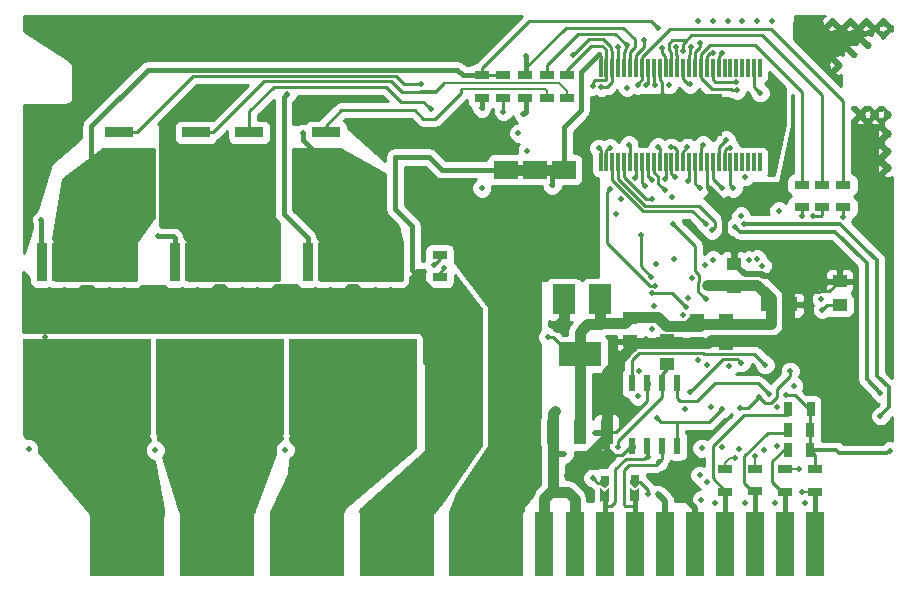
<source format=gbl>
G04 #@! TF.FileFunction,Copper,L4,Bot,Signal*
%FSLAX46Y46*%
G04 Gerber Fmt 4.6, Leading zero omitted, Abs format (unit mm)*
G04 Created by KiCad (PCBNEW 4.0.4-stable) date 05/10/17 13:17:29*
%MOMM*%
%LPD*%
G01*
G04 APERTURE LIST*
%ADD10C,0.150000*%
%ADD11C,0.508000*%
%ADD12R,1.300000X0.700000*%
%ADD13R,0.299720X1.501140*%
%ADD14R,7.000240X3.599180*%
%ADD15R,1.524000X2.032000*%
%ADD16R,1.250000X1.000000*%
%ADD17R,1.000000X1.250000*%
%ADD18R,1.950720X2.499360*%
%ADD19R,2.032000X1.524000*%
%ADD20R,1.849120X5.499100*%
%ADD21R,10.800080X8.150860*%
%ADD22R,0.899160X3.200400*%
%ADD23R,0.700000X1.300000*%
%ADD24R,2.438400X5.588000*%
%ADD25R,2.438400X0.889000*%
%ADD26R,3.657600X2.032000*%
%ADD27R,1.016000X2.032000*%
%ADD28R,0.599440X1.399540*%
%ADD29R,0.750000X0.800000*%
%ADD30R,1.650000X5.500000*%
%ADD31R,6.360000X5.500000*%
%ADD32C,0.800000*%
%ADD33C,0.508000*%
%ADD34C,0.889000*%
%ADD35C,0.254000*%
%ADD36C,0.635000*%
%ADD37C,0.406400*%
%ADD38C,0.304800*%
%ADD39C,0.203200*%
G04 APERTURE END LIST*
D10*
D11*
X96750000Y-133000000D03*
X95500000Y-133000000D03*
X94250000Y-133000000D03*
X93000000Y-133000000D03*
X91750000Y-133000000D03*
X90500000Y-133000000D03*
X90500000Y-134250000D03*
X91750000Y-134250000D03*
X93000000Y-134250000D03*
X94250000Y-134250000D03*
X95500000Y-134250000D03*
X96750000Y-134250000D03*
X96750000Y-135500000D03*
X95500000Y-135500000D03*
X94250000Y-135500000D03*
X93000000Y-135500000D03*
X91750000Y-135500000D03*
X90500000Y-135500000D03*
X109500000Y-121750000D03*
X110500000Y-119250000D03*
X110250000Y-120750000D03*
X110750000Y-122000000D03*
X111750000Y-120750000D03*
X110750000Y-123500000D03*
X113000000Y-119250000D03*
X122250000Y-102000000D03*
X123500000Y-102000000D03*
X124750000Y-102000000D03*
X126000000Y-102000000D03*
X127250000Y-102000000D03*
X128500000Y-102000000D03*
X138300000Y-114400000D03*
X138300000Y-113000000D03*
X138300000Y-111500000D03*
X138300000Y-109900000D03*
X137200000Y-109900000D03*
X136000000Y-109900000D03*
X134200000Y-105700000D03*
X135400000Y-104800000D03*
X136600000Y-104000000D03*
X137900000Y-103200000D03*
X133600000Y-102000000D03*
X135100000Y-102000000D03*
X136500000Y-102000000D03*
X137900000Y-102000000D03*
X66000000Y-114500000D03*
X66000000Y-113000000D03*
X66000000Y-111500000D03*
X66000000Y-110000000D03*
X70000000Y-102250000D03*
X68000000Y-102250000D03*
X66250000Y-102500000D03*
X67500000Y-103500000D03*
X68750000Y-104500000D03*
X70000000Y-105750000D03*
X70000000Y-107750000D03*
X69250000Y-109750000D03*
X67500000Y-110000000D03*
X87000000Y-145250000D03*
X88500000Y-145250000D03*
X90000000Y-145250000D03*
X91500000Y-145250000D03*
X91500000Y-144000000D03*
X90000000Y-144000000D03*
X88500000Y-144000000D03*
X87000000Y-144000000D03*
X92000000Y-141250000D03*
X90500000Y-141500000D03*
X89000000Y-141500000D03*
X88500000Y-143000000D03*
X90000000Y-143000000D03*
X91500000Y-143000000D03*
X92500000Y-142250000D03*
X93750000Y-141250000D03*
X95500000Y-140000000D03*
X94250000Y-140000000D03*
X93000000Y-140000000D03*
X91750000Y-140000000D03*
X90500000Y-140000000D03*
X89250000Y-140000000D03*
X87500000Y-141500000D03*
X87000000Y-143000000D03*
X76000000Y-145250000D03*
X74500000Y-145250000D03*
X73250000Y-145250000D03*
X71750000Y-145250000D03*
X71750000Y-144000000D03*
X73250000Y-144000000D03*
X74500000Y-144000000D03*
X76000000Y-144000000D03*
X71750000Y-141500000D03*
X74000000Y-141500000D03*
X69500000Y-141250000D03*
X70250000Y-142250000D03*
X71000000Y-143000000D03*
X72500000Y-143000000D03*
X73750000Y-143000000D03*
X75000000Y-143000000D03*
X76250000Y-143000000D03*
X76000000Y-141500000D03*
X75000000Y-140250000D03*
X73500000Y-140250000D03*
X72250000Y-140250000D03*
X71000000Y-140250000D03*
X69750000Y-140250000D03*
X68500000Y-140250000D03*
X66750000Y-134250000D03*
X66750000Y-133000000D03*
X68000000Y-133000000D03*
X68000000Y-134250000D03*
X68000000Y-135500000D03*
X69250000Y-135500000D03*
X69250000Y-134250000D03*
X69250000Y-133000000D03*
X70500000Y-133000000D03*
X70500000Y-134250000D03*
X70500000Y-135500000D03*
X71750000Y-135500000D03*
X71750000Y-134250000D03*
X71750000Y-133000000D03*
X73000000Y-133000000D03*
X73000000Y-134250000D03*
X73000000Y-135500000D03*
X74250000Y-135500000D03*
X74250000Y-134250000D03*
X74250000Y-133000000D03*
X79000000Y-145250000D03*
X80500000Y-145250000D03*
X83750000Y-145250000D03*
X82250000Y-145250000D03*
X79000000Y-144000000D03*
X80500000Y-144000000D03*
X82250000Y-144000000D03*
X83750000Y-144000000D03*
X83000000Y-141500000D03*
X80500000Y-141500000D03*
X78000000Y-140000000D03*
X78500000Y-141500000D03*
X79250000Y-143000000D03*
X80500000Y-143000000D03*
X81750000Y-143000000D03*
X83000000Y-143000000D03*
X84250000Y-143000000D03*
X85000000Y-141500000D03*
X85500000Y-140006709D03*
X84290000Y-140006709D03*
X83000000Y-140000000D03*
X81750000Y-140000000D03*
X80500000Y-140000000D03*
X79250000Y-140000000D03*
X79250000Y-135500000D03*
X79250000Y-134250000D03*
X79250000Y-133000000D03*
X80500000Y-133000000D03*
X80500000Y-134250000D03*
X80500000Y-135500000D03*
X81750000Y-135500000D03*
X81750000Y-134250000D03*
X81750000Y-133000000D03*
X83000000Y-133000000D03*
X83000000Y-134250000D03*
X83000000Y-135500000D03*
X84250000Y-133000000D03*
X84250000Y-134250000D03*
X84250000Y-135500000D03*
X85500000Y-135500000D03*
X85500000Y-134250000D03*
X85500000Y-133000000D03*
X96250000Y-112000000D03*
X95500000Y-111250000D03*
X94500000Y-110750000D03*
X80750000Y-108500000D03*
X82250000Y-108500000D03*
X81000000Y-109750000D03*
X79750000Y-109750000D03*
X90000000Y-109750000D03*
X93500000Y-111250000D03*
X94500000Y-112000000D03*
X95500000Y-112750000D03*
X71250000Y-114000000D03*
X71250000Y-115500000D03*
X69500000Y-115500000D03*
X69000000Y-117500000D03*
X71250000Y-117500000D03*
X73750000Y-113250000D03*
X72750000Y-113250000D03*
X72750000Y-114750000D03*
X73750000Y-114750000D03*
X73750000Y-116250000D03*
X72750000Y-116250000D03*
X72750000Y-117500000D03*
X73750000Y-117500000D03*
X74250000Y-120000000D03*
X73000000Y-120000000D03*
X71750000Y-120000000D03*
X70500000Y-120000000D03*
X69250000Y-120000000D03*
X68000000Y-120000000D03*
X91250000Y-117750000D03*
X91250000Y-116250000D03*
X91250000Y-114750000D03*
X91250000Y-113250000D03*
X90250000Y-113250000D03*
X90250000Y-114750000D03*
X90250000Y-116250000D03*
X90250000Y-117750000D03*
X90500000Y-120000000D03*
X91750000Y-120000000D03*
X93000000Y-120000000D03*
X94250000Y-120000000D03*
X95500000Y-120000000D03*
X96500000Y-120000000D03*
X77750000Y-113250000D03*
X77750000Y-114750000D03*
X77750000Y-116250000D03*
X77750000Y-117750000D03*
X77750000Y-119000000D03*
X82000000Y-113250000D03*
X82000000Y-114750000D03*
X82000000Y-116250000D03*
X82000000Y-117750000D03*
X83750000Y-117750000D03*
X84750000Y-117750000D03*
X84750000Y-116250000D03*
X83750000Y-116250000D03*
X83750000Y-114750000D03*
X84750000Y-114750000D03*
X84750000Y-113250000D03*
X83750000Y-113250000D03*
X79250000Y-113250000D03*
X80250000Y-113250000D03*
X80250000Y-114750000D03*
X79250000Y-114750000D03*
X79250000Y-116250000D03*
X80250000Y-116250000D03*
X80250000Y-117750000D03*
X79250000Y-117750000D03*
X81750000Y-119000000D03*
X81750000Y-120000000D03*
X85250000Y-119000000D03*
X84250000Y-119000000D03*
X83000000Y-119000000D03*
X80500000Y-119000000D03*
X79250000Y-119000000D03*
X79250000Y-120000000D03*
X80500000Y-120000000D03*
X83000000Y-120000000D03*
X84250000Y-120000000D03*
X85250000Y-120000000D03*
X100250000Y-118750000D03*
X101000000Y-117750000D03*
X99250000Y-118250000D03*
X98250000Y-117250000D03*
X99750000Y-117000000D03*
X98250000Y-116250000D03*
X98500000Y-115250000D03*
X99750000Y-116000000D03*
X101000000Y-116250000D03*
X102250000Y-116250000D03*
X102500000Y-117750000D03*
X101250000Y-119000000D03*
X99750000Y-120000000D03*
X106500000Y-127500000D03*
X107750000Y-125000000D03*
X106000000Y-141750000D03*
X104250000Y-141750000D03*
X107750000Y-141750000D03*
X108500000Y-140250000D03*
X108500000Y-138500000D03*
X108500000Y-136750000D03*
X108500000Y-135000000D03*
X108500000Y-133250000D03*
X108500000Y-131250000D03*
X108500000Y-129750000D03*
X107500000Y-128750000D03*
X108500000Y-126000000D03*
X108500000Y-124250000D03*
X109250000Y-123500000D03*
X108500000Y-122500000D03*
X107588817Y-123314800D03*
X106750000Y-124250000D03*
X105250000Y-126250000D03*
X105000000Y-127500000D03*
X105000000Y-129750000D03*
X105000000Y-131250000D03*
X105000000Y-133250000D03*
X105000000Y-135000000D03*
X105000000Y-136750000D03*
X104500000Y-139000000D03*
X103500000Y-140500000D03*
X102500000Y-141750000D03*
X105750000Y-145250000D03*
X104500000Y-145250000D03*
X103250000Y-145250000D03*
X102000000Y-145250000D03*
X102000000Y-144000000D03*
X103250000Y-144000000D03*
X104500000Y-144000000D03*
X105750000Y-144000000D03*
X107000000Y-143000000D03*
X105750000Y-143000000D03*
X104500000Y-143000000D03*
X103250000Y-143000000D03*
X102000000Y-143000000D03*
X93750000Y-126250000D03*
X91250000Y-126250000D03*
X84500000Y-126500000D03*
X82000000Y-126500000D03*
X79500000Y-126500000D03*
X72250000Y-126500000D03*
X69750000Y-126500000D03*
X67000000Y-126500000D03*
X75000000Y-126250000D03*
X86250000Y-126500000D03*
X77250000Y-126500000D03*
X88750000Y-126250000D03*
X93750000Y-127750000D03*
X92500000Y-127750000D03*
X91250000Y-127750000D03*
X90000000Y-127750000D03*
X88750000Y-127750000D03*
X87500000Y-127750000D03*
X86000000Y-127750000D03*
X84500000Y-127750000D03*
X83250000Y-127750000D03*
X82000000Y-127750000D03*
X80750000Y-127750000D03*
X79500000Y-127750000D03*
X78000000Y-127750000D03*
X76500000Y-127750000D03*
X75000000Y-127750000D03*
X73500000Y-127750000D03*
X72250000Y-127750000D03*
X71000000Y-127750000D03*
X69750000Y-127750000D03*
X68500000Y-127750000D03*
X67000000Y-128750000D03*
X65500000Y-130750000D03*
X65500000Y-129500000D03*
X65500000Y-128000000D03*
X65500000Y-126500000D03*
X65500000Y-125000000D03*
X67000000Y-125000000D03*
X68500000Y-125000000D03*
X69750000Y-125000000D03*
X71000000Y-125000000D03*
X72250000Y-125000000D03*
X73500000Y-125000000D03*
X75000000Y-125000000D03*
X76500000Y-125000000D03*
X78000000Y-125000000D03*
X79500000Y-125000000D03*
X80750000Y-125000000D03*
X82000000Y-125000000D03*
X83250000Y-125000000D03*
X84500000Y-125000000D03*
X86000000Y-125000000D03*
X87500000Y-125000000D03*
X88750000Y-125000000D03*
X90000000Y-125000000D03*
X91250000Y-125000000D03*
X92500000Y-125000000D03*
X93750000Y-125000000D03*
X95000000Y-125000000D03*
X96250000Y-125000000D03*
X98750000Y-123750000D03*
X98500000Y-124750000D03*
X95500000Y-127750000D03*
X96250000Y-127000000D03*
X97000000Y-126250000D03*
X97750000Y-125500000D03*
X94750000Y-145250000D03*
X96000000Y-145250000D03*
X97250000Y-145250000D03*
X98500000Y-145250000D03*
X98500000Y-144000000D03*
X97250000Y-144000000D03*
X96000000Y-144000000D03*
X94750000Y-144000000D03*
X102250000Y-130000000D03*
X101000000Y-131000000D03*
X102500000Y-128500000D03*
X98750000Y-142000000D03*
X97500000Y-142000000D03*
X96000000Y-143000000D03*
X97250000Y-143000000D03*
X98500000Y-143000000D03*
X99750000Y-143000000D03*
X100500000Y-142000000D03*
X101250000Y-141000000D03*
X102000000Y-139750000D03*
X103000000Y-138500000D03*
X103500000Y-136750000D03*
X103500000Y-135000000D03*
X103500000Y-133250000D03*
X103500000Y-131250000D03*
X103500000Y-129750000D03*
X103500000Y-127500000D03*
X101000000Y-129750000D03*
X99750000Y-131250000D03*
X99750000Y-133250000D03*
X99750000Y-135000000D03*
X99750000Y-136750000D03*
X99750000Y-138500000D03*
X98250000Y-139750000D03*
X97000000Y-141000000D03*
X96000000Y-142000000D03*
X94750000Y-143002000D03*
D12*
X109461300Y-108468200D03*
X109461300Y-106568200D03*
X111188500Y-108468200D03*
X111188500Y-106568200D03*
D13*
X118498620Y-105930700D03*
X118999000Y-105930700D03*
X119499380Y-105930700D03*
X119999760Y-105930700D03*
X120500140Y-105930700D03*
X120997980Y-105930700D03*
X121498360Y-105930700D03*
X121998740Y-105930700D03*
X122499120Y-105930700D03*
X122999500Y-105930700D03*
X123499880Y-105930700D03*
X114000280Y-105930700D03*
X114498120Y-105930700D03*
X114998500Y-105930700D03*
X119499380Y-113931700D03*
X115999260Y-105930700D03*
X116499640Y-105930700D03*
X117000020Y-105930700D03*
X117497860Y-105930700D03*
X117998240Y-105930700D03*
X121998740Y-113931700D03*
X121498360Y-113931700D03*
X120997980Y-113931700D03*
X120500140Y-113931700D03*
X119999760Y-113931700D03*
X115498880Y-105930700D03*
X118999000Y-113931700D03*
X118498620Y-113931700D03*
X117998240Y-113931700D03*
X117497860Y-113931700D03*
X117000020Y-113931700D03*
X116499640Y-113931700D03*
X115999260Y-113931700D03*
X127497840Y-113931700D03*
X127000000Y-113931700D03*
X126499620Y-113931700D03*
X125999240Y-113931700D03*
X125498860Y-113931700D03*
X124998480Y-113931700D03*
X124498100Y-113931700D03*
X124000260Y-113931700D03*
X123499880Y-113931700D03*
X122999500Y-113931700D03*
X122499120Y-113931700D03*
X115498880Y-113931700D03*
X114998500Y-113931700D03*
X114498120Y-113931700D03*
X114000280Y-113931700D03*
X124000260Y-105930700D03*
X124498100Y-105930700D03*
X124998480Y-105930700D03*
X125498860Y-105930700D03*
X125999240Y-105930700D03*
X126499620Y-105930700D03*
X127000000Y-105930700D03*
X127497840Y-105930700D03*
D14*
X120802400Y-109931200D03*
D15*
X105714800Y-128320800D03*
X102412800Y-128320800D03*
D16*
X125323600Y-122520200D03*
X125323600Y-124520200D03*
X124663200Y-129295400D03*
X124663200Y-127295400D03*
D17*
X130133600Y-125984000D03*
X128133600Y-125984000D03*
D16*
X122148600Y-129270000D03*
X122148600Y-127270000D03*
X116535200Y-127092200D03*
X116535200Y-129092200D03*
D18*
X113944400Y-125552200D03*
X110896400Y-125552200D03*
D16*
X134239000Y-124018800D03*
X134239000Y-126018800D03*
D15*
X105714800Y-131343400D03*
X102412800Y-131343400D03*
D19*
X110883700Y-114566700D03*
X110883700Y-117868700D03*
X108470700Y-114566700D03*
X108470700Y-117868700D03*
X105981500Y-114566700D03*
X105981500Y-117868700D03*
D20*
X106690160Y-135610600D03*
X101539040Y-135610600D03*
D16*
X119608600Y-130987800D03*
X119608600Y-128987800D03*
D21*
X70500000Y-133000000D03*
D22*
X66690000Y-122398040D03*
X67960000Y-122398040D03*
X69230000Y-122398040D03*
X71770000Y-122398040D03*
X73040000Y-122398040D03*
X74310000Y-122398040D03*
D21*
X81750000Y-133000000D03*
D22*
X77940000Y-122398040D03*
X79210000Y-122398040D03*
X80480000Y-122398040D03*
X83020000Y-122398040D03*
X84290000Y-122398040D03*
X85560000Y-122398040D03*
D21*
X93000000Y-133000000D03*
D22*
X89190000Y-122398040D03*
X90460000Y-122398040D03*
X91730000Y-122398040D03*
X94270000Y-122398040D03*
X95540000Y-122398040D03*
X96810000Y-122398040D03*
D12*
X100380800Y-123682800D03*
X100380800Y-121782800D03*
X132156200Y-141843800D03*
X132156200Y-139943800D03*
X124561600Y-141833600D03*
X124561600Y-139933600D03*
X127101600Y-141818400D03*
X127101600Y-139918400D03*
X129641600Y-141833600D03*
X129641600Y-139933600D03*
D23*
X129834600Y-138303000D03*
X131734600Y-138303000D03*
X129860000Y-136652000D03*
X131760000Y-136652000D03*
X129885400Y-134874000D03*
X131785400Y-134874000D03*
D12*
X134543800Y-115864600D03*
X134543800Y-117764600D03*
X132791200Y-115864600D03*
X132791200Y-117764600D03*
X103962200Y-106580900D03*
X103962200Y-108480900D03*
X131038600Y-115839200D03*
X131038600Y-117739200D03*
X105778300Y-106580900D03*
X105778300Y-108480900D03*
X107645200Y-106580900D03*
X107645200Y-108480900D03*
D24*
X79738500Y-115548000D03*
X73261500Y-115548000D03*
D25*
X79738500Y-111420500D03*
X73261500Y-111420500D03*
D24*
X90738500Y-115548000D03*
X84261500Y-115548000D03*
D25*
X90738500Y-111420500D03*
X84261500Y-111420500D03*
D26*
X112242600Y-130200400D03*
D27*
X112242600Y-136804400D03*
X109956600Y-136804400D03*
X114528600Y-136804400D03*
D28*
X116662200Y-137972800D03*
X116662200Y-132638800D03*
X117932200Y-137972800D03*
X119202200Y-137972800D03*
X120472200Y-137972800D03*
X117932200Y-132638800D03*
X119202200Y-132638800D03*
X120472200Y-132638800D03*
D29*
X114350800Y-140819400D03*
X114350800Y-142319400D03*
D10*
G36*
X114725800Y-142153200D02*
X113975800Y-142703200D01*
X113975800Y-141553200D01*
X114725800Y-142103200D01*
X114725800Y-142153200D01*
X114725800Y-142153200D01*
G37*
G36*
X113975800Y-142103200D02*
X114725800Y-141553200D01*
X114725800Y-142703200D01*
X113975800Y-142153200D01*
X113975800Y-142103200D01*
X113975800Y-142103200D01*
G37*
G36*
X114726760Y-141261400D02*
X114350760Y-141561400D01*
X114350760Y-140561400D01*
X114726760Y-140861400D01*
X114726760Y-141261400D01*
X114726760Y-141261400D01*
G37*
G36*
X113974840Y-140861400D02*
X114350840Y-140561400D01*
X114350840Y-141561400D01*
X113974840Y-141261400D01*
X113974840Y-140861400D01*
X113974840Y-140861400D01*
G37*
D29*
X116895600Y-140768600D03*
X116895600Y-142268600D03*
D10*
G36*
X117270600Y-142102400D02*
X116520600Y-142652400D01*
X116520600Y-141502400D01*
X117270600Y-142052400D01*
X117270600Y-142102400D01*
X117270600Y-142102400D01*
G37*
G36*
X116520600Y-142052400D02*
X117270600Y-141502400D01*
X117270600Y-142652400D01*
X116520600Y-142102400D01*
X116520600Y-142052400D01*
X116520600Y-142052400D01*
G37*
G36*
X117271560Y-141210600D02*
X116895560Y-141510600D01*
X116895560Y-140510600D01*
X117271560Y-140810600D01*
X117271560Y-141210600D01*
X117271560Y-141210600D01*
G37*
G36*
X116519640Y-140810600D02*
X116895640Y-140510600D01*
X116895640Y-141510600D01*
X116519640Y-141210600D01*
X116519640Y-140810600D01*
X116519640Y-140810600D01*
G37*
D30*
X111800000Y-146304000D03*
X114350000Y-146304000D03*
X109250000Y-146304000D03*
X116900000Y-146304000D03*
X119450000Y-146304000D03*
X127100000Y-146304000D03*
X129625000Y-146304000D03*
X122000000Y-146304000D03*
X124550000Y-146304000D03*
X132150000Y-146304000D03*
D31*
X104337500Y-146304000D03*
X81550000Y-146304000D03*
X89150000Y-146304000D03*
X73925000Y-146304000D03*
X96750000Y-146304000D03*
D11*
X118897400Y-142073394D03*
D32*
X110134400Y-134975600D03*
D11*
X115478615Y-138079955D03*
X110921800Y-138658600D03*
X127025400Y-109474000D03*
X118324500Y-125056334D03*
X121250542Y-126224665D03*
X132781051Y-126415800D03*
X126250700Y-115176300D03*
X121414530Y-115544600D03*
X116382800Y-112445800D03*
X122692600Y-112448552D03*
X121361200Y-112674400D03*
X119938800Y-112674400D03*
X114792778Y-112727344D03*
X125442796Y-107138486D03*
X121576202Y-107346935D03*
X118591595Y-107440284D03*
X116205438Y-104037264D03*
X115489658Y-104190811D03*
X111671722Y-104823863D03*
X114075263Y-107595681D03*
X113368335Y-107514902D03*
X103962200Y-116128800D03*
X65582800Y-138201400D03*
X103925697Y-109366441D03*
X66662300Y-118795800D03*
X107050264Y-111489886D03*
X76307600Y-138324822D03*
X105778300Y-109651800D03*
X76530200Y-120230900D03*
X107780073Y-112955263D03*
X87286062Y-138269806D03*
X87477656Y-108130859D03*
X107459056Y-109849905D03*
X124988881Y-112723758D03*
X124273857Y-104720637D03*
X117297188Y-131628166D03*
X122239397Y-130684411D03*
X118740555Y-135578850D03*
X127934892Y-124960867D03*
X112234216Y-134809986D03*
X124256800Y-116128810D03*
X117172076Y-133744609D03*
X138468100Y-138391900D03*
X118396851Y-117023261D03*
X109543782Y-128716004D03*
X100777259Y-122926682D03*
X122527647Y-142518553D03*
X124304193Y-134803829D03*
X126949200Y-127660400D03*
X128447800Y-127660400D03*
X127279400Y-124307600D03*
X123037600Y-124307600D03*
X129743209Y-133680200D03*
X109918500Y-115912900D03*
X115735100Y-117094000D03*
X122901298Y-125558114D03*
X120142010Y-119164450D03*
X121651082Y-104150338D03*
X118884700Y-102577900D03*
X107696000Y-104914700D03*
X88798400Y-111480600D03*
X134518400Y-118541800D03*
X131953000Y-118491000D03*
X123494117Y-104657498D03*
X122440700Y-103873300D03*
X131064000Y-118465600D03*
X120352008Y-104185258D03*
X119183596Y-104306742D03*
X117880438Y-107432011D03*
X117665500Y-103597510D03*
X99604857Y-109469708D03*
X98805789Y-107302366D03*
X122905309Y-119205680D03*
X123469583Y-119710775D03*
X120022466Y-116886264D03*
X120243600Y-122123200D03*
X122402600Y-116154200D03*
X116913650Y-115239800D03*
X118668800Y-122555000D03*
X118321022Y-115489588D03*
X117398800Y-120065800D03*
X118262400Y-123621800D03*
X118620967Y-124413381D03*
X118844945Y-112622147D03*
X114837761Y-116211621D03*
X120289706Y-115221708D03*
X123012200Y-131140200D03*
X125247400Y-116128810D03*
X124917190Y-131208779D03*
X118516609Y-126125834D03*
X117779361Y-115975876D03*
X115341400Y-118338600D03*
X120957993Y-126878979D03*
X119437581Y-116326779D03*
X118383887Y-128067204D03*
X119489433Y-115358496D03*
X123015108Y-140981923D03*
X122555000Y-138150600D03*
X130803174Y-139909047D03*
X127078250Y-138803340D03*
X125346634Y-138947226D03*
X137700000Y-135400000D03*
X126132514Y-119155007D03*
X137700000Y-133500000D03*
X125399810Y-119426636D03*
X128244600Y-133553200D03*
X127939800Y-131089400D03*
X129108200Y-118033800D03*
X99872800Y-122631200D03*
X132689600Y-125501400D03*
X131057520Y-141860018D03*
X125528198Y-107844552D03*
X119760006Y-107385017D03*
X120977612Y-104527448D03*
X117143036Y-107434657D03*
X116255800Y-107619800D03*
X130073400Y-131648200D03*
X127381000Y-133858000D03*
X125806200Y-134772400D03*
X125907800Y-130911600D03*
X121562016Y-133420271D03*
X113323204Y-140680835D03*
X121716484Y-123774155D03*
X122806318Y-122658954D03*
X127695742Y-122687226D03*
X128962499Y-134652099D03*
X118007881Y-138862319D03*
X121440241Y-125412448D03*
X118019013Y-142073394D03*
X122410327Y-140452610D03*
X126548072Y-122217148D03*
X123520200Y-122199400D03*
X123317000Y-134670800D03*
X118948200Y-139319000D03*
X125882490Y-118489192D03*
X121183400Y-134874000D03*
X127254000Y-122123200D03*
X130378200Y-132918200D03*
X127508000Y-108051600D03*
X123219538Y-116128810D03*
X113858815Y-112771966D03*
X125399810Y-117753082D03*
X124635102Y-112044528D03*
D32*
X110286800Y-127863600D03*
D11*
X131902200Y-131064000D03*
X113512600Y-136855200D03*
X120570736Y-141969357D03*
X129819400Y-124899430D03*
X123317000Y-128977671D03*
X127279400Y-128977671D03*
X128701800Y-123545600D03*
D32*
X112090200Y-139623800D03*
X111302800Y-140411200D03*
D11*
X128933432Y-137998189D03*
X131313295Y-142755486D03*
X125730000Y-138226800D03*
X126233295Y-142755486D03*
X124259136Y-138087845D03*
X123698000Y-142773400D03*
X127838200Y-138328400D03*
X128761165Y-142772992D03*
D33*
X119151399Y-142327393D02*
X118897400Y-142073394D01*
X119450000Y-144850000D02*
X119450000Y-142625994D01*
X119450000Y-142625994D02*
X119151399Y-142327393D01*
D34*
X109956600Y-135153400D02*
X110134400Y-134975600D01*
X109956600Y-136804400D02*
X109956600Y-135153400D01*
D35*
X119608600Y-130987800D02*
X119608600Y-131478504D01*
X119608600Y-131478504D02*
X119202200Y-131884904D01*
X119202200Y-131884904D02*
X119202200Y-132638800D01*
X119202200Y-133859657D02*
X115478615Y-137583242D01*
X119202200Y-132638800D02*
X119202200Y-133859657D01*
X115478615Y-137583242D02*
X115478615Y-137720745D01*
X115478615Y-137720745D02*
X115478615Y-138079955D01*
D33*
X109956600Y-138607800D02*
X110007400Y-138658600D01*
X110007400Y-138658600D02*
X110921800Y-138658600D01*
D34*
X109956600Y-137515600D02*
X109956600Y-138607800D01*
X109956600Y-138607800D02*
X109956600Y-139420600D01*
X110464677Y-141864139D02*
X110114139Y-141864139D01*
X110114139Y-141864139D02*
X109956600Y-141706600D01*
X111800000Y-144925000D02*
X111800000Y-142461000D01*
X111800000Y-142461000D02*
X111203139Y-141864139D01*
X111203139Y-141864139D02*
X110464677Y-141864139D01*
X109250000Y-144950000D02*
X109250000Y-142413200D01*
X109250000Y-142413200D02*
X109956600Y-141706600D01*
D36*
X110464677Y-141864139D02*
X109917220Y-141864139D01*
D34*
X109956600Y-139420600D02*
X109956600Y-141706600D01*
D35*
X105714800Y-131343400D02*
X105714800Y-128320800D01*
X106690160Y-135610600D02*
X106690160Y-132607050D01*
X106690160Y-132607050D02*
X105714800Y-131631690D01*
X105714800Y-131631690D02*
X105714800Y-131343400D01*
X119175796Y-108304596D02*
X120802400Y-109931200D01*
X119175796Y-107159867D02*
X119175796Y-108304596D01*
X118999000Y-105930700D02*
X118999000Y-106983071D01*
X118999000Y-106983071D02*
X119175796Y-107159867D01*
D37*
X112776000Y-111671100D02*
X112776000Y-111963200D01*
X112776000Y-110794800D02*
X112776000Y-111671100D01*
X112776000Y-111671100D02*
X112776000Y-116230400D01*
X112776000Y-116230400D02*
X111137700Y-117868700D01*
X111137700Y-117868700D02*
X110883700Y-117868700D01*
D35*
X105889786Y-122993403D02*
X102717600Y-119821217D01*
X102717600Y-119821217D02*
X100396383Y-117500000D01*
D37*
X105981500Y-117868700D02*
X104559100Y-117868700D01*
X104559100Y-117868700D02*
X102717600Y-119710200D01*
X102717600Y-119710200D02*
X102717600Y-119821217D01*
X105727500Y-117868700D02*
X105981500Y-117868700D01*
X120802400Y-109931200D02*
X126568200Y-109931200D01*
X126568200Y-109931200D02*
X127025400Y-109474000D01*
X120802400Y-109931200D02*
X113639600Y-109931200D01*
X113639600Y-109931200D02*
X112776000Y-110794800D01*
X108470700Y-117868700D02*
X110883700Y-117868700D01*
X105981500Y-117868700D02*
X108470700Y-117868700D01*
D35*
X104337500Y-144970000D02*
X104337500Y-142311927D01*
X104337500Y-142311927D02*
X105889786Y-140759641D01*
X105889786Y-140759641D02*
X105889786Y-122993403D01*
X100396383Y-117500000D02*
X98200000Y-117500000D01*
X82000000Y-115700000D02*
X82000000Y-114248594D01*
X82000000Y-114209081D02*
X83338919Y-115548000D01*
X83338919Y-115548000D02*
X84261500Y-115548000D01*
X82000000Y-114248594D02*
X80748594Y-115500000D01*
X80748594Y-115500000D02*
X79750000Y-115500000D01*
X84261500Y-119038500D02*
X85560000Y-120337000D01*
X85560000Y-120337000D02*
X85560000Y-122398040D01*
X84261500Y-119038500D02*
X84290000Y-119067000D01*
X84290000Y-119067000D02*
X84290000Y-122398040D01*
X84261500Y-119038500D02*
X83020000Y-120280000D01*
X83020000Y-120280000D02*
X83020000Y-122398040D01*
X84261500Y-115548000D02*
X84261500Y-119038500D01*
X79750000Y-118850000D02*
X80480000Y-119580000D01*
X80480000Y-119580000D02*
X80480000Y-122398040D01*
X79750000Y-118850000D02*
X79210000Y-119390000D01*
X79210000Y-119390000D02*
X79210000Y-122398040D01*
X79750000Y-115500000D02*
X79750000Y-118850000D01*
X118683710Y-125056334D02*
X118324500Y-125056334D01*
X120082211Y-125056334D02*
X118683710Y-125056334D01*
X121250542Y-126224665D02*
X120082211Y-125056334D01*
X132781051Y-126380251D02*
X132781051Y-126415800D01*
X132765800Y-126365000D02*
X132781051Y-126380251D01*
X133035050Y-126161801D02*
X132781051Y-126415800D01*
X133178051Y-126018800D02*
X133035050Y-126161801D01*
X134239000Y-126018800D02*
X133178051Y-126018800D01*
X121498360Y-113931700D02*
X121498360Y-115460770D01*
X121498360Y-115460770D02*
X121414530Y-115544600D01*
X116499640Y-113931700D02*
X116499640Y-112562640D01*
X116499640Y-112562640D02*
X116382800Y-112445800D01*
X122692600Y-112448552D02*
X122499120Y-112642032D01*
X122499120Y-112642032D02*
X122499120Y-113931700D01*
X120997980Y-113931700D02*
X120997980Y-113037620D01*
X120997980Y-113037620D02*
X121361200Y-112674400D01*
X120500140Y-113931700D02*
X120500140Y-112927130D01*
X120500140Y-112927130D02*
X120247410Y-112674400D01*
X120247410Y-112674400D02*
X119938800Y-112674400D01*
X114697906Y-112727344D02*
X114792778Y-112727344D01*
X114498120Y-112927130D02*
X114697906Y-112727344D01*
X114498120Y-113931700D02*
X114498120Y-112927130D01*
X123703096Y-107138486D02*
X125083586Y-107138486D01*
X123499880Y-106935270D02*
X123703096Y-107138486D01*
X123499880Y-105930700D02*
X123499880Y-106935270D01*
X125083586Y-107138486D02*
X125442796Y-107138486D01*
X121409645Y-107346935D02*
X121576202Y-107346935D01*
X120997980Y-106935270D02*
X121409645Y-107346935D01*
X120997980Y-105930700D02*
X120997980Y-106935270D01*
X118498620Y-107347309D02*
X118591595Y-107440284D01*
X118498620Y-105930700D02*
X118498620Y-107347309D01*
X116205438Y-104037264D02*
X115215974Y-103047800D01*
X115215974Y-103047800D02*
X112086293Y-103047800D01*
X112086293Y-103047800D02*
X109461300Y-105672793D01*
X109461300Y-105672793D02*
X109461300Y-106221021D01*
X109461300Y-106221021D02*
X109461300Y-106568200D01*
X115999260Y-105930700D02*
X115999260Y-104638947D01*
X116042429Y-104379878D02*
X116205438Y-104216869D01*
X116042429Y-104595778D02*
X116042429Y-104379878D01*
X115999260Y-104638947D02*
X116042429Y-104595778D01*
X116205438Y-104216869D02*
X116205438Y-104037264D01*
X115498880Y-104200033D02*
X115489658Y-104190811D01*
X115498880Y-105930700D02*
X115498880Y-104200033D01*
X111925721Y-104569864D02*
X111671722Y-104823863D01*
X114217807Y-103505011D02*
X112990574Y-103505011D01*
X114998500Y-104564271D02*
X114905457Y-104471228D01*
X114905457Y-104192661D02*
X114217807Y-103505011D01*
X114905457Y-104471228D02*
X114905457Y-104192661D01*
X114998500Y-105930700D02*
X114998500Y-104564271D01*
X112990574Y-103505011D02*
X111925721Y-104569864D01*
X114998500Y-105930700D02*
X114998500Y-107161431D01*
X114998500Y-107161431D02*
X114564250Y-107595681D01*
X114564250Y-107595681D02*
X114434473Y-107595681D01*
X114434473Y-107595681D02*
X114075263Y-107595681D01*
X114160300Y-104101900D02*
X114448246Y-104389846D01*
X111188500Y-106568200D02*
X111188500Y-106133284D01*
X111188500Y-106133284D02*
X113219884Y-104101900D01*
X113219884Y-104101900D02*
X114160300Y-104101900D01*
X114448246Y-104389846D02*
X114448246Y-104660610D01*
X114448246Y-104660610D02*
X114498120Y-104710484D01*
X114498120Y-104710484D02*
X114498120Y-104926130D01*
X114498120Y-104926130D02*
X114498120Y-105930700D01*
X114421919Y-107011471D02*
X113512556Y-107011471D01*
X114498120Y-105930700D02*
X114498120Y-106935270D01*
X114498120Y-106935270D02*
X114421919Y-107011471D01*
X113512556Y-107011471D02*
X113368335Y-107155692D01*
X113368335Y-107155692D02*
X113368335Y-107514902D01*
D37*
X103925697Y-109366441D02*
X103925697Y-108517403D01*
X103925697Y-108517403D02*
X103962200Y-108480900D01*
X66662300Y-118795800D02*
X66662300Y-122370340D01*
X66662300Y-122370340D02*
X66690000Y-122398040D01*
D35*
X105778300Y-108480900D02*
X105778300Y-109651800D01*
D37*
X77779460Y-120230900D02*
X76530200Y-120230900D01*
X77940000Y-122398040D02*
X77940000Y-120391440D01*
X77940000Y-120391440D02*
X77779460Y-120230900D01*
X87157238Y-108451277D02*
X87223657Y-108384858D01*
X89190000Y-120391440D02*
X87157238Y-118358678D01*
X87157238Y-118358678D02*
X87157238Y-108451277D01*
X89190000Y-122398040D02*
X89190000Y-120391440D01*
X87223657Y-108384858D02*
X87477656Y-108130859D01*
X107459056Y-109849905D02*
X107646284Y-109662677D01*
X107646284Y-108481984D02*
X107645200Y-108480900D01*
X107646284Y-109662677D02*
X107646284Y-108481984D01*
D35*
X124701472Y-112723758D02*
X124988881Y-112723758D01*
X124498100Y-113931700D02*
X124498100Y-112927130D01*
X124498100Y-112927130D02*
X124701472Y-112723758D01*
X124510800Y-113944400D02*
X124498100Y-113931700D01*
X124000260Y-105930700D02*
X124000260Y-104994234D01*
X124019858Y-104974636D02*
X124273857Y-104720637D01*
X124000260Y-104994234D02*
X124019858Y-104974636D01*
D38*
X131734600Y-138303000D02*
X133934200Y-138303000D01*
X133934200Y-138303000D02*
X134225347Y-138594147D01*
X134225347Y-138594147D02*
X138265853Y-138594147D01*
X138265853Y-138594147D02*
X138468100Y-138391900D01*
D34*
X121390810Y-127780680D02*
X119571535Y-127780680D01*
X116575586Y-127051814D02*
X116535200Y-127092200D01*
X119571535Y-127780680D02*
X118842669Y-127051814D01*
X118842669Y-127051814D02*
X116575586Y-127051814D01*
D35*
X119127905Y-135966200D02*
X118994554Y-135832849D01*
X120446800Y-135966200D02*
X119127905Y-135966200D01*
X118994554Y-135832849D02*
X118740555Y-135578850D01*
X127932667Y-124960867D02*
X127934892Y-124960867D01*
X127279400Y-124307600D02*
X127932667Y-124960867D01*
X127989467Y-124960867D02*
X127934892Y-124960867D01*
X128133600Y-125105000D02*
X127989467Y-124960867D01*
X128133600Y-125984000D02*
X128133600Y-125105000D01*
X125323600Y-124520200D02*
X127066800Y-124520200D01*
X127066800Y-124520200D02*
X127279400Y-124307600D01*
D34*
X112242600Y-130200400D02*
X112242600Y-134801602D01*
X112242600Y-134818370D02*
X112234216Y-134809986D01*
X112242600Y-136804400D02*
X112242600Y-134818370D01*
X112242600Y-134801602D02*
X112234216Y-134809986D01*
D35*
X123499880Y-115371890D02*
X124002801Y-115874811D01*
X124002801Y-115874811D02*
X124256800Y-116128810D01*
X123499880Y-113931700D02*
X123499880Y-115371890D01*
D34*
X121390810Y-127780680D02*
X122418720Y-127780680D01*
X122418720Y-127780680D02*
X122539000Y-127660400D01*
X116535200Y-127092200D02*
X116043200Y-127584200D01*
X116043200Y-127584200D02*
X114529200Y-127584200D01*
X114529200Y-127584200D02*
X113944400Y-127584200D01*
X121859694Y-127270000D02*
X121859694Y-127311796D01*
X121859694Y-127311796D02*
X121390810Y-127780680D01*
X122148600Y-127270000D02*
X121859694Y-127270000D01*
X126949200Y-127660400D02*
X122539000Y-127660400D01*
X122539000Y-127660400D02*
X122148600Y-127270000D01*
D35*
X115999260Y-113931700D02*
X115999260Y-115190030D01*
X118037641Y-117023261D02*
X118396851Y-117023261D01*
X115999260Y-115190030D02*
X117832491Y-117023261D01*
X117832491Y-117023261D02*
X118037641Y-117023261D01*
D34*
X128447800Y-127660400D02*
X128447800Y-125476000D01*
X128447800Y-125476000D02*
X127533399Y-124561599D01*
X127533399Y-124561599D02*
X127279400Y-124307600D01*
D35*
X109945404Y-128716004D02*
X109902992Y-128716004D01*
X111429800Y-130200400D02*
X109945404Y-128716004D01*
X109902992Y-128716004D02*
X109543782Y-128716004D01*
X112242600Y-130200400D02*
X111429800Y-130200400D01*
X100380800Y-123682800D02*
X100380800Y-123323141D01*
X100380800Y-123323141D02*
X100777259Y-122926682D01*
D34*
X112877600Y-127660400D02*
X114020600Y-127660400D01*
X113944400Y-125552200D02*
X113944400Y-127584200D01*
X113944400Y-127584200D02*
X114020600Y-127660400D01*
D35*
X122148600Y-127270000D02*
X122469400Y-127270000D01*
X122469400Y-127270000D02*
X122859800Y-127660400D01*
X124663200Y-127295400D02*
X126584200Y-127295400D01*
X126584200Y-127295400D02*
X126949200Y-127660400D01*
D34*
X112242600Y-128295400D02*
X112877600Y-127660400D01*
X112242600Y-130200400D02*
X112242600Y-128295400D01*
D35*
X123141822Y-135966200D02*
X124050194Y-135057828D01*
X120446800Y-135966200D02*
X123141822Y-135966200D01*
X124050194Y-135057828D02*
X124304193Y-134803829D01*
X120472200Y-137972800D02*
X120472200Y-135991600D01*
X120472200Y-135991600D02*
X120446800Y-135966200D01*
X120472200Y-137972800D02*
X120472200Y-137572750D01*
D34*
X126949200Y-127660400D02*
X128447800Y-127660400D01*
X127279400Y-124307600D02*
X123037600Y-124307600D01*
D35*
X130434400Y-133680200D02*
X129743209Y-133680200D01*
X131785400Y-135031200D02*
X130434400Y-133680200D01*
X131785400Y-135331200D02*
X131785400Y-135031200D01*
X131760000Y-136829800D02*
X131760000Y-135356600D01*
X131760000Y-135356600D02*
X131785400Y-135331200D01*
X131760000Y-136829800D02*
X131760000Y-138277600D01*
X131760000Y-138277600D02*
X131734600Y-138303000D01*
X132156200Y-139943800D02*
X132156200Y-138724600D01*
X132156200Y-138724600D02*
X131734600Y-138303000D01*
D39*
X131694000Y-138262400D02*
X131734600Y-138303000D01*
D35*
X102412800Y-131343400D02*
X102412800Y-128320800D01*
X101539040Y-135610600D02*
X101539040Y-137435590D01*
X101539040Y-137435590D02*
X98552000Y-140422630D01*
X98552000Y-140422630D02*
X98552000Y-140959790D01*
X98552000Y-140959790D02*
X98552000Y-141319000D01*
X102412800Y-131343400D02*
X102412800Y-132613400D01*
X102412800Y-132613400D02*
X101539040Y-133487160D01*
X101539040Y-133487160D02*
X101539040Y-135610600D01*
X98552000Y-141319000D02*
X98548364Y-141319000D01*
X98548364Y-141319000D02*
X96750000Y-143117364D01*
X96750000Y-143117364D02*
X96750000Y-144950000D01*
X98552000Y-141319000D02*
X99663000Y-140208000D01*
X99663000Y-140208000D02*
X101800000Y-138071000D01*
D37*
X102412800Y-128320800D02*
X102412800Y-126898400D01*
X102412800Y-126898400D02*
X101092000Y-125577600D01*
X98018600Y-123052122D02*
X98018600Y-119354600D01*
X100596700Y-114566700D02*
X105981500Y-114566700D01*
X101092000Y-125577600D02*
X100544078Y-125577600D01*
X100544078Y-125577600D02*
X98018600Y-123052122D01*
X98018600Y-119354600D02*
X96576319Y-117912319D01*
X96576319Y-117912319D02*
X96576319Y-113474500D01*
X96576319Y-113474500D02*
X99504500Y-113474500D01*
X99504500Y-113474500D02*
X100596700Y-114566700D01*
X110883700Y-114566700D02*
X109906921Y-114566700D01*
X109918500Y-114578279D02*
X109918500Y-115912900D01*
X109906921Y-114566700D02*
X109918500Y-114578279D01*
X112343461Y-109538239D02*
X110883700Y-110998000D01*
X110883700Y-110998000D02*
X110883700Y-113398300D01*
X110883700Y-113398300D02*
X110883700Y-114566700D01*
X112343461Y-106280689D02*
X112343461Y-109538239D01*
X113849150Y-104775000D02*
X112343461Y-106280689D01*
D35*
X114000280Y-104926130D02*
X113849150Y-104775000D01*
X114000280Y-105930700D02*
X114000280Y-104926130D01*
D34*
X108470700Y-114566700D02*
X110883700Y-114566700D01*
X105981500Y-114566700D02*
X108470700Y-114566700D01*
D35*
X122243443Y-124900259D02*
X122647299Y-125304115D01*
X122300685Y-124054572D02*
X122243443Y-124111814D01*
X121996901Y-121019341D02*
X121996901Y-123189954D01*
X122243443Y-124111814D02*
X122243443Y-124900259D01*
X122300685Y-123493738D02*
X122300685Y-124054572D01*
X122647299Y-125304115D02*
X122901298Y-125558114D01*
X120142010Y-119164450D02*
X121996901Y-121019341D01*
X121996901Y-123189954D02*
X122300685Y-123493738D01*
D37*
X103962200Y-106580900D02*
X102351230Y-106580900D01*
X102351230Y-106580900D02*
X101881957Y-106111627D01*
X101881957Y-106111627D02*
X75663473Y-106111627D01*
X75663473Y-106111627D02*
X70891400Y-110883700D01*
X70891400Y-110883700D02*
X70891400Y-111603100D01*
X70891400Y-111603100D02*
X70885942Y-111608558D01*
X70885942Y-111608558D02*
X70885942Y-114363500D01*
X70885942Y-114617500D02*
X70885942Y-115141944D01*
D39*
X70885942Y-114363500D02*
X70885942Y-114617500D01*
D37*
X70885942Y-115141944D02*
X71291998Y-115548000D01*
X71291998Y-115548000D02*
X73261500Y-115548000D01*
D35*
X105778300Y-106580900D02*
X103962200Y-106580900D01*
X103962200Y-106580900D02*
X103962200Y-105976900D01*
X103962200Y-105976900D02*
X107942205Y-101996895D01*
X107942205Y-101996895D02*
X110460385Y-101996895D01*
X118630701Y-102323901D02*
X118884700Y-102577900D01*
X118303695Y-101996895D02*
X118630701Y-102323901D01*
X110460385Y-101996895D02*
X118303695Y-101996895D01*
X121561814Y-104239606D02*
X121651082Y-104150338D01*
X121561814Y-104807866D02*
X121561814Y-104239606D01*
X121498360Y-104871320D02*
X121561814Y-104807866D01*
X121498360Y-105930700D02*
X121498360Y-104871320D01*
X69230000Y-122398040D02*
X69230000Y-120509118D01*
X69230000Y-120509118D02*
X70312118Y-119427000D01*
X70312118Y-119427000D02*
X71050420Y-119427000D01*
X67960000Y-122398040D02*
X67960000Y-120543840D01*
X69076840Y-119427000D02*
X71050420Y-119427000D01*
X67960000Y-120543840D02*
X69076840Y-119427000D01*
X71050420Y-119427000D02*
X72936741Y-119427000D01*
X73273000Y-119427000D02*
X72936741Y-119427000D01*
X72936741Y-119427000D02*
X71770000Y-120593741D01*
X71770000Y-120593741D02*
X71770000Y-122398040D01*
X73273000Y-119427000D02*
X74310000Y-120464000D01*
X74310000Y-120464000D02*
X74310000Y-122398040D01*
X73273000Y-119427000D02*
X73040000Y-119660000D01*
X73040000Y-119660000D02*
X73040000Y-122398040D01*
X73273000Y-115500000D02*
X73273000Y-119427000D01*
D37*
X107696000Y-104914700D02*
X107696000Y-106530100D01*
X107696000Y-106530100D02*
X107645200Y-106580900D01*
D35*
X111717300Y-102552500D02*
X111861600Y-102552500D01*
X107645200Y-105976900D02*
X111069600Y-102552500D01*
X111861600Y-102552500D02*
X115925600Y-102552500D01*
X107645200Y-106580900D02*
X107645200Y-105976900D01*
X111069600Y-102552500D02*
X111861600Y-102552500D01*
D37*
X90738500Y-115548000D02*
X90738500Y-113973200D01*
X90738500Y-113973200D02*
X88798400Y-112033100D01*
X88798400Y-112033100D02*
X88798400Y-111480600D01*
D35*
X115925600Y-102552500D02*
X116903500Y-103530400D01*
X116903500Y-103530400D02*
X116903500Y-104165400D01*
X116903500Y-104165400D02*
X116499640Y-104569260D01*
X116499640Y-104569260D02*
X116499640Y-105930700D01*
X90738500Y-115548000D02*
X90738500Y-119761500D01*
X90460000Y-120040000D02*
X90460000Y-120345200D01*
X90460000Y-120345200D02*
X90460000Y-122398040D01*
X96461500Y-119761500D02*
X96810000Y-120110000D01*
X96810000Y-120110000D02*
X96810000Y-122398040D01*
X95461500Y-119761500D02*
X96461500Y-119761500D01*
X95461500Y-119761500D02*
X95540000Y-119840000D01*
X95540000Y-119840000D02*
X95540000Y-122398040D01*
X93861500Y-119761500D02*
X95461500Y-119761500D01*
X93861500Y-119761500D02*
X94270000Y-120170000D01*
X94270000Y-120170000D02*
X94270000Y-122398040D01*
X91361500Y-119761500D02*
X93861500Y-119761500D01*
X91361500Y-119761500D02*
X91730000Y-120130000D01*
X91730000Y-120130000D02*
X91730000Y-122398040D01*
X90738500Y-119761500D02*
X91361500Y-119761500D01*
X90738500Y-119761500D02*
X90460000Y-120040000D01*
X134518400Y-118541800D02*
X134518400Y-117790000D01*
X134518400Y-117790000D02*
X134543800Y-117764600D01*
X131953000Y-118491000D02*
X132668800Y-118491000D01*
X132668800Y-118491000D02*
X132791200Y-118368600D01*
X132791200Y-118368600D02*
X132791200Y-117764600D01*
X122999500Y-104926130D02*
X123268132Y-104657498D01*
X122999500Y-105930700D02*
X122999500Y-104926130D01*
X123268132Y-104657498D02*
X123494117Y-104657498D01*
X122019025Y-104612475D02*
X122440700Y-104190800D01*
X122440700Y-104190800D02*
X122440700Y-103873300D01*
X121998740Y-105017533D02*
X122019025Y-104997248D01*
X121998740Y-105930700D02*
X121998740Y-105017533D01*
X122019025Y-104997248D02*
X122019025Y-104612475D01*
X131064000Y-118465600D02*
X131064000Y-117764600D01*
X131064000Y-117764600D02*
X131038600Y-117739200D01*
X120393483Y-104810116D02*
X120393483Y-104537205D01*
X120392087Y-104225337D02*
X120352008Y-104185258D01*
X120392087Y-104535809D02*
X120392087Y-104225337D01*
X120393483Y-104537205D02*
X120392087Y-104535809D01*
X120500140Y-105930700D02*
X120500140Y-104916773D01*
X120500140Y-104916773D02*
X120393483Y-104810116D01*
X119479061Y-104961417D02*
X119183596Y-104665952D01*
X119183596Y-104665952D02*
X119183596Y-104306742D01*
X119479061Y-105910381D02*
X119479061Y-104961417D01*
X119499380Y-105930700D02*
X119479061Y-105910381D01*
X117998240Y-107314209D02*
X117880438Y-107432011D01*
X117998240Y-105930700D02*
X117998240Y-107314209D01*
X117000020Y-104867872D02*
X117000020Y-104926130D01*
X117665500Y-104202392D02*
X117000020Y-104867872D01*
X117665500Y-103597510D02*
X117665500Y-104202392D01*
X117000020Y-104926130D02*
X117000020Y-105930700D01*
X90738500Y-111420500D02*
X90738500Y-110849898D01*
X90738500Y-110849898D02*
X92042203Y-109546195D01*
X92042203Y-109546195D02*
X98296195Y-109546195D01*
X98296195Y-109546195D02*
X99000000Y-110250000D01*
X99000000Y-110250000D02*
X100000000Y-110250000D01*
X100000000Y-110250000D02*
X102187600Y-108062400D01*
X102187600Y-108062400D02*
X102187600Y-107759500D01*
D39*
X102187600Y-107759500D02*
X109305800Y-107759500D01*
X109305800Y-107759500D02*
X109461300Y-107915000D01*
X109461300Y-107915000D02*
X109461300Y-108468200D01*
D35*
X84261500Y-111420500D02*
X84261500Y-109629006D01*
X84261500Y-109629006D02*
X86340649Y-107549857D01*
X86340649Y-107549857D02*
X95815313Y-107549857D01*
X95815313Y-107549857D02*
X97067246Y-108801790D01*
X97067246Y-108801790D02*
X98936939Y-108801790D01*
X98936939Y-108801790D02*
X99350858Y-109215709D01*
X99350858Y-109215709D02*
X99604857Y-109469708D01*
X73261500Y-111420500D02*
X74734700Y-111420500D01*
X74734700Y-111420500D02*
X79513364Y-106641836D01*
X79513364Y-106641836D02*
X96661696Y-106641836D01*
X96661696Y-106641836D02*
X97322226Y-107302366D01*
X97322226Y-107302366D02*
X98446579Y-107302366D01*
X98446579Y-107302366D02*
X98805789Y-107302366D01*
X79738500Y-111420500D02*
X81211700Y-111420500D01*
X81211700Y-111420500D02*
X85536353Y-107095847D01*
X85536353Y-107095847D02*
X96279497Y-107095847D01*
X96279497Y-107095847D02*
X97195678Y-108012028D01*
X97195678Y-108012028D02*
X98688634Y-108012028D01*
X98688634Y-108012028D02*
X99987972Y-108012028D01*
X99987972Y-108012028D02*
X100764299Y-107235701D01*
X99987972Y-108012028D02*
X100048113Y-107951887D01*
D39*
X98748775Y-107951887D02*
X100048113Y-107951887D01*
X111188500Y-108468200D02*
X111188500Y-107915000D01*
X111188500Y-107915000D02*
X110509201Y-107235701D01*
X110509201Y-107235701D02*
X100764299Y-107235701D01*
X100764299Y-107235701D02*
X100048113Y-107951887D01*
D35*
X117580717Y-118064673D02*
X121764302Y-118064673D01*
X114998500Y-113931700D02*
X114998500Y-115482456D01*
X114998500Y-115482456D02*
X117580717Y-118064673D01*
X121764302Y-118064673D02*
X122651310Y-118951681D01*
X122651310Y-118951681D02*
X122905309Y-119205680D01*
X123723582Y-119456776D02*
X123469583Y-119710775D01*
X123723582Y-118973782D02*
X123723582Y-119456776D01*
X122357262Y-117607462D02*
X123723582Y-118973782D01*
X115498880Y-115336243D02*
X117770099Y-117607462D01*
X117770099Y-117607462D02*
X122357262Y-117607462D01*
X115498880Y-113931700D02*
X115498880Y-115336243D01*
X121998740Y-113931700D02*
X121998740Y-115750340D01*
X121998740Y-115750340D02*
X122402600Y-116154200D01*
X117000020Y-115153430D02*
X116913650Y-115239800D01*
X117000020Y-113931700D02*
X117000020Y-115153430D01*
X117998240Y-113931700D02*
X117998240Y-115166806D01*
X117998240Y-115166806D02*
X118067023Y-115235589D01*
X118067023Y-115235589D02*
X118321022Y-115489588D01*
X117398800Y-120065800D02*
X117398800Y-122758200D01*
X117398800Y-122758200D02*
X118262400Y-123621800D01*
X118261757Y-124413381D02*
X118620967Y-124413381D01*
X114583762Y-120789025D02*
X118208118Y-124413381D01*
X114837761Y-116211621D02*
X114583762Y-116465620D01*
X114583762Y-116465620D02*
X114583762Y-120789025D01*
X118208118Y-124413381D02*
X118261757Y-124413381D01*
X118999000Y-112776202D02*
X118844945Y-112622147D01*
X118999000Y-113931700D02*
X118999000Y-112776202D01*
X119999760Y-114936270D02*
X120285198Y-115221708D01*
X120285198Y-115221708D02*
X120289706Y-115221708D01*
X119999760Y-113931700D02*
X119999760Y-114936270D01*
X124998480Y-113931700D02*
X124998480Y-115879890D01*
X124998480Y-115879890D02*
X125247400Y-116128810D01*
X117497860Y-115694375D02*
X117525362Y-115721877D01*
X117497860Y-113931700D02*
X117497860Y-115694375D01*
X117525362Y-115721877D02*
X117779361Y-115975876D01*
X118498620Y-114802568D02*
X118905223Y-115209171D01*
X119183582Y-116072780D02*
X119437581Y-116326779D01*
X118905223Y-115794421D02*
X119183582Y-116072780D01*
X118498620Y-113931700D02*
X118498620Y-114802568D01*
X118905223Y-115209171D02*
X118905223Y-115794421D01*
X119499380Y-113931700D02*
X119499380Y-115348549D01*
X119499380Y-115348549D02*
X119489433Y-115358496D01*
D39*
X130778621Y-139933600D02*
X130803174Y-139909047D01*
X129641600Y-139933600D02*
X130778621Y-139933600D01*
X127101600Y-138826690D02*
X127078250Y-138803340D01*
X127101600Y-139918400D02*
X127101600Y-138826690D01*
X124994774Y-138947226D02*
X125346634Y-138947226D01*
X124561600Y-139380400D02*
X124994774Y-138947226D01*
X124561600Y-139933600D02*
X124561600Y-139380400D01*
D38*
X138400000Y-134700000D02*
X137700000Y-135400000D01*
X138400000Y-133000000D02*
X138400000Y-134700000D01*
X137400000Y-132000000D02*
X138400000Y-133000000D01*
X137400000Y-122261600D02*
X137400000Y-132000000D01*
X136575800Y-121437400D02*
X137400000Y-122261600D01*
X126491724Y-119155007D02*
X126132514Y-119155007D01*
X134293407Y-119155007D02*
X126491724Y-119155007D01*
X136575800Y-121437400D02*
X134293407Y-119155007D01*
X136269104Y-122226698D02*
X136523103Y-122480697D01*
X133871879Y-119829473D02*
X136269104Y-122226698D01*
X137700000Y-133500000D02*
X136523103Y-132323103D01*
X125399810Y-119426636D02*
X125802647Y-119829473D01*
X136523103Y-132323103D02*
X136523103Y-122839907D01*
X136523103Y-122839907D02*
X136523103Y-122480697D01*
X125802647Y-119829473D02*
X133871879Y-119829473D01*
D35*
X120700800Y-134137400D02*
X120472200Y-133908800D01*
X120472200Y-133908800D02*
X120472200Y-132638800D01*
X122174000Y-134137400D02*
X120700800Y-134137400D01*
X123672600Y-132638800D02*
X122174000Y-134137400D01*
X128244600Y-133553200D02*
X127330200Y-132638800D01*
X127330200Y-132638800D02*
X123672600Y-132638800D01*
X122712145Y-130100201D02*
X122769543Y-130157599D01*
X127685801Y-130835401D02*
X127939800Y-131089400D01*
X127007999Y-130157599D02*
X127685801Y-130835401D01*
X122769543Y-130157599D02*
X127007999Y-130157599D01*
X117229648Y-130100201D02*
X122712145Y-130100201D01*
X116662200Y-132638800D02*
X116662200Y-130667649D01*
X116662200Y-130667649D02*
X117229648Y-130100201D01*
X100380800Y-121782800D02*
X100380800Y-122123200D01*
X100380800Y-122123200D02*
X99872800Y-122631200D01*
D37*
X132150000Y-146304000D02*
X132150000Y-141850000D01*
X132150000Y-141850000D02*
X132156200Y-141843800D01*
D35*
X132156200Y-141843800D02*
X132156200Y-144843800D01*
X132156200Y-144843800D02*
X132150000Y-144850000D01*
D39*
X131073738Y-141843800D02*
X131057520Y-141860018D01*
X132156200Y-141843800D02*
X131073738Y-141843800D01*
D35*
X73925000Y-145000000D02*
X73925000Y-141725000D01*
X122499120Y-105930700D02*
X122499120Y-106839384D01*
X122499120Y-106839384D02*
X123419408Y-107759672D01*
X125084108Y-107759672D02*
X125168988Y-107844552D01*
X123419408Y-107759672D02*
X125084108Y-107759672D01*
X125168988Y-107844552D02*
X125528198Y-107844552D01*
X131038600Y-107976668D02*
X131038600Y-115235200D01*
X131038600Y-115235200D02*
X131038600Y-115839200D01*
X122499120Y-104778972D02*
X123251159Y-104026933D01*
X123251159Y-104026933D02*
X127088865Y-104026933D01*
X122499120Y-105930700D02*
X122499120Y-104778972D01*
X127088865Y-104026933D02*
X131038600Y-107976668D01*
X70500000Y-138300000D02*
X73925000Y-141725000D01*
X70500000Y-133000000D02*
X70500000Y-138300000D01*
X81550000Y-145000000D02*
X81550000Y-141750000D01*
X121221500Y-103671876D02*
X121694842Y-103198534D01*
X132791200Y-108284809D02*
X132791200Y-110642400D01*
X121694842Y-103198534D02*
X127704925Y-103198534D01*
X127704925Y-103198534D02*
X132791200Y-108284809D01*
X120071590Y-103601056D02*
X121150680Y-103601056D01*
X121221500Y-103671876D02*
X120977612Y-103915764D01*
X119936272Y-104999498D02*
X119936272Y-104634142D01*
X119936272Y-104634142D02*
X119767806Y-104465676D01*
X120977612Y-104168238D02*
X120977612Y-104527448D01*
X119999760Y-105062986D02*
X119936272Y-104999498D01*
X120977612Y-103915764D02*
X120977612Y-104168238D01*
X121150680Y-103601056D02*
X121221500Y-103671876D01*
X119999760Y-105930700D02*
X119999760Y-105062986D01*
X119767806Y-103904840D02*
X120071590Y-103601056D01*
X119767806Y-104465676D02*
X119767806Y-103904840D01*
X132791200Y-115864600D02*
X132791200Y-110642400D01*
X132791200Y-110642400D02*
X132791200Y-110388400D01*
X81750000Y-141550000D02*
X81550000Y-141750000D01*
X81750000Y-133000000D02*
X81750000Y-141550000D01*
X89150000Y-144975000D02*
X89150000Y-142693279D01*
X134543800Y-115864600D02*
X134543800Y-108743517D01*
X134543800Y-108743517D02*
X128471328Y-102671045D01*
X128471328Y-102671045D02*
X119843439Y-102671045D01*
X119843439Y-102671045D02*
X117497860Y-105016624D01*
X117497860Y-105016624D02*
X117497860Y-105930700D01*
X117497860Y-106935270D02*
X117143036Y-107290094D01*
X117497860Y-105930700D02*
X117497860Y-106935270D01*
X117143036Y-107290094D02*
X117143036Y-107434657D01*
X93000000Y-133000000D02*
X93000000Y-138843279D01*
X93000000Y-138843279D02*
X89150000Y-142693279D01*
X128422400Y-134366000D02*
X127889000Y-134366000D01*
X127889000Y-134366000D02*
X127381000Y-133858000D01*
X128955800Y-133832600D02*
X128422400Y-134366000D01*
X128955800Y-133125010D02*
X128955800Y-133832600D01*
X130073400Y-131648200D02*
X130073400Y-132007410D01*
X130073400Y-132007410D02*
X128955800Y-133125010D01*
X125806200Y-134772400D02*
X126466600Y-134772400D01*
X126466600Y-134772400D02*
X127381000Y-133858000D01*
X125653801Y-130657601D02*
X125907800Y-130911600D01*
X125620778Y-130624578D02*
X125653801Y-130657601D01*
X121562016Y-133420271D02*
X124357709Y-130624578D01*
X124357709Y-130624578D02*
X125620778Y-130624578D01*
X113703769Y-141061400D02*
X113577203Y-140934834D01*
X114162840Y-141061400D02*
X113703769Y-141061400D01*
X113577203Y-140934834D02*
X113323204Y-140680835D01*
D37*
X114350000Y-146304000D02*
X114350000Y-142129000D01*
D35*
X115262249Y-142709327D02*
X115262249Y-139943912D01*
D37*
X114350000Y-142129000D02*
X114350800Y-142128200D01*
D35*
X114350000Y-143052800D02*
X114918776Y-143052800D01*
X114918776Y-143052800D02*
X115262249Y-142709327D01*
X115262249Y-139943912D02*
X116160862Y-139045299D01*
X117687798Y-139045299D02*
X117932200Y-138800897D01*
X116160862Y-139045299D02*
X117687798Y-139045299D01*
X117932200Y-138800897D02*
X117932200Y-137972800D01*
X118007881Y-138048481D02*
X118007881Y-138503109D01*
X117932200Y-137972800D02*
X118007881Y-138048481D01*
X118007881Y-138503109D02*
X118007881Y-138862319D01*
X117932200Y-137972800D02*
X117932200Y-138658600D01*
X117932200Y-138658600D02*
X117983000Y-138709400D01*
X114350000Y-143052800D02*
X114350000Y-142493600D01*
X114350000Y-144925000D02*
X114350000Y-143052800D01*
D39*
X114350800Y-144924200D02*
X114350000Y-144925000D01*
D35*
X118019013Y-141714184D02*
X118019013Y-142073394D01*
X117083560Y-141010600D02*
X117371560Y-141010600D01*
X118019013Y-141658053D02*
X118019013Y-141714184D01*
X117371560Y-141010600D02*
X118019013Y-141658053D01*
X116900000Y-143052800D02*
X116103400Y-143052800D01*
X116103400Y-143052800D02*
X115990195Y-142939595D01*
X115990195Y-142939595D02*
X115990195Y-140007015D01*
X116398810Y-139598400D02*
X118668800Y-139598400D01*
X115990195Y-140007015D02*
X116398810Y-139598400D01*
X118668800Y-139598400D02*
X118948200Y-139319000D01*
D37*
X116900000Y-146304000D02*
X116900000Y-142273000D01*
X116900000Y-142273000D02*
X116895600Y-142268600D01*
D35*
X118948200Y-139319000D02*
X119202200Y-139065000D01*
X119202200Y-139065000D02*
X119202200Y-137972800D01*
X116900000Y-142824200D02*
X116900000Y-142524200D01*
X116900000Y-143052800D02*
X116900000Y-142824200D01*
X116900000Y-144875000D02*
X116900000Y-143052800D01*
D39*
X116895600Y-144870600D02*
X116900000Y-144875000D01*
D37*
X127101600Y-141818400D02*
X127101600Y-146302400D01*
X127101600Y-146302400D02*
X127100000Y-146304000D01*
D35*
X126121399Y-138845141D02*
X128136740Y-136829800D01*
X129256000Y-136829800D02*
X129860000Y-136829800D01*
X128136740Y-136829800D02*
X129256000Y-136829800D01*
X127101600Y-141818400D02*
X126801600Y-141818400D01*
X126801600Y-141818400D02*
X126121399Y-141138199D01*
X126121399Y-141138199D02*
X126121399Y-138845141D01*
X127101600Y-141818400D02*
X127101600Y-144848400D01*
X127101600Y-144848400D02*
X127100000Y-144850000D01*
D37*
X129641600Y-141833600D02*
X129641600Y-146287400D01*
X129641600Y-146287400D02*
X129625000Y-146304000D01*
D35*
X129834600Y-138303000D02*
X129490447Y-138303000D01*
X129490447Y-138303000D02*
X128516917Y-139276530D01*
X128516917Y-139276530D02*
X128516917Y-141008917D01*
X128516917Y-141008917D02*
X129341600Y-141833600D01*
X129341600Y-141833600D02*
X129641600Y-141833600D01*
X129641600Y-141833600D02*
X129641600Y-144833400D01*
X129641600Y-144833400D02*
X129625000Y-144850000D01*
D37*
X124561600Y-141833600D02*
X124561600Y-146292400D01*
X124561600Y-146292400D02*
X124550000Y-146304000D01*
D35*
X123533934Y-140720403D02*
X124561600Y-141748069D01*
X129885400Y-135331200D02*
X126182767Y-135331200D01*
X126182767Y-135331200D02*
X123533934Y-137980033D01*
X124561600Y-141748069D02*
X124561600Y-141833600D01*
X123533934Y-137980033D02*
X123533934Y-140720403D01*
X124561600Y-141833600D02*
X124561600Y-144813400D01*
X124561600Y-144813400D02*
X124550000Y-144825000D01*
D39*
X124550000Y-141845200D02*
X124561600Y-141833600D01*
D35*
X127000000Y-105930700D02*
X127000000Y-107543600D01*
X127000000Y-107543600D02*
X127508000Y-108051600D01*
D33*
X122000000Y-144825000D02*
X122000000Y-143246945D01*
X122000000Y-143246945D02*
X121081622Y-142328567D01*
X121081622Y-142328567D02*
X120570736Y-142328567D01*
X120570736Y-142328567D02*
X120570736Y-141969357D01*
D34*
X114528600Y-136804400D02*
X114527128Y-132503942D01*
X114527128Y-132503942D02*
X114528600Y-131699000D01*
X114528600Y-131699000D02*
X116699307Y-129528293D01*
X116699307Y-129528293D02*
X116699307Y-129201716D01*
X116451777Y-129091702D02*
X116591745Y-129231670D01*
X116591745Y-129231670D02*
X123063001Y-129231670D01*
X123063001Y-129231670D02*
X123317000Y-128977671D01*
D33*
X124444600Y-117353872D02*
X123473537Y-116382809D01*
X124444600Y-118768674D02*
X124444600Y-117353872D01*
X123473537Y-116382809D02*
X123219538Y-116128810D01*
D35*
X122999500Y-113931700D02*
X122999500Y-115908772D01*
X122999500Y-115908772D02*
X123219538Y-116128810D01*
X116535200Y-129092200D02*
X117135400Y-129092200D01*
X117135400Y-129092200D02*
X117249929Y-128977671D01*
X119608600Y-128987800D02*
X116639600Y-128987800D01*
X116639600Y-128987800D02*
X116535200Y-129092200D01*
D34*
X126212600Y-128977671D02*
X127279400Y-128977671D01*
D35*
X129819400Y-124899430D02*
X129819400Y-125669800D01*
X129819400Y-125669800D02*
X130133600Y-125984000D01*
X130133600Y-125984000D02*
X129819400Y-126298200D01*
X129819400Y-126298200D02*
X129819400Y-126720600D01*
X114000280Y-112913431D02*
X113858815Y-112771966D01*
X114000280Y-113931700D02*
X114000280Y-112913431D01*
D33*
X125145811Y-118007081D02*
X125399810Y-117753082D01*
X124444600Y-118708292D02*
X125145811Y-118007081D01*
X124444600Y-118768674D02*
X124444600Y-118708292D01*
X124536201Y-118860275D02*
X124444600Y-118768674D01*
X124536201Y-120724801D02*
X124536201Y-118860275D01*
X125323600Y-121512200D02*
X124536201Y-120724801D01*
X125323600Y-122520200D02*
X125323600Y-121512200D01*
D35*
X124381103Y-112298527D02*
X124635102Y-112044528D01*
X124000260Y-113931700D02*
X124000260Y-112679370D01*
X124000260Y-112679370D02*
X124381103Y-112298527D01*
D33*
X127652900Y-123405890D02*
X126209290Y-123405890D01*
X126209290Y-123405890D02*
X125323600Y-122520200D01*
X128701800Y-123545600D02*
X127792610Y-123545600D01*
X127792610Y-123545600D02*
X127652900Y-123405890D01*
D38*
X131902200Y-131064000D02*
X129815871Y-128977671D01*
X129815871Y-128977671D02*
X129467329Y-128977671D01*
D34*
X116535200Y-129092200D02*
X116535200Y-129489200D01*
X116535200Y-129489200D02*
X116636800Y-129590800D01*
X110896400Y-125552200D02*
X110896400Y-127254000D01*
X110896400Y-127254000D02*
X110286800Y-127863600D01*
D35*
X117932200Y-132638800D02*
X117932200Y-134170107D01*
X117932200Y-134170107D02*
X115297907Y-136804400D01*
X115297907Y-136804400D02*
X114528600Y-136804400D01*
X129819400Y-124899430D02*
X132552778Y-124899430D01*
X132552778Y-124899430D02*
X132576418Y-124875790D01*
X132576418Y-124875790D02*
X133382010Y-124875790D01*
X133382010Y-124875790D02*
X134239000Y-124018800D01*
D34*
X129819400Y-128625600D02*
X129819400Y-125258640D01*
D35*
X124663200Y-129295400D02*
X123634729Y-129295400D01*
X123634729Y-129295400D02*
X123317000Y-128977671D01*
X122148600Y-129270000D02*
X123024671Y-129270000D01*
X123024671Y-129270000D02*
X123317000Y-128977671D01*
D33*
X113512600Y-136855200D02*
X114477800Y-136855200D01*
X114477800Y-136855200D02*
X114528600Y-136804400D01*
D34*
X129819400Y-124663200D02*
X129819400Y-124899430D01*
X129819400Y-125258640D02*
X129819400Y-124899430D01*
X129467329Y-128977671D02*
X129819400Y-128625600D01*
X126212600Y-128977671D02*
X129467329Y-128977671D01*
X128701800Y-123545600D02*
X129819400Y-124663200D01*
X123317000Y-128977671D02*
X126212600Y-128977671D01*
D35*
X114528600Y-136804400D02*
X114528600Y-138121197D01*
X115817480Y-138742090D02*
X116586768Y-137972800D01*
D34*
X114528600Y-137185400D02*
X114528600Y-136804400D01*
X112090200Y-139623800D02*
X114528600Y-137185400D01*
D35*
X114528600Y-138121197D02*
X115149493Y-138742090D01*
X115149493Y-138742090D02*
X115817480Y-138742090D01*
X116586768Y-137972800D02*
X116662200Y-137972800D01*
X112252008Y-139461992D02*
X112090200Y-139623800D01*
D34*
X112090200Y-139623800D02*
X111302800Y-140411200D01*
D35*
G36*
X75702520Y-137075430D02*
X75746798Y-137310747D01*
X75839237Y-137454401D01*
X75857525Y-137548890D01*
X75804680Y-137570725D01*
X75554382Y-137820586D01*
X75418754Y-138147213D01*
X75418446Y-138500879D01*
X75553503Y-138827742D01*
X75803364Y-139078040D01*
X76129991Y-139213668D01*
X76179749Y-139213711D01*
X76973000Y-143312177D01*
X76973000Y-143873000D01*
X70827000Y-143873000D01*
X70827000Y-143700000D01*
X70816994Y-143650590D01*
X70796839Y-143617834D01*
X66432258Y-138473864D01*
X66471646Y-138379009D01*
X66471954Y-138025343D01*
X66336897Y-137698480D01*
X66087036Y-137448182D01*
X65760409Y-137312554D01*
X65446673Y-137312281D01*
X65227000Y-137053381D01*
X65227000Y-131599236D01*
X65322391Y-131638846D01*
X65676057Y-131639154D01*
X66002920Y-131504097D01*
X66253218Y-131254236D01*
X66388846Y-130927609D01*
X66389154Y-130573943D01*
X66254097Y-130247080D01*
X66132236Y-130125006D01*
X66253218Y-130004236D01*
X66388846Y-129677609D01*
X66389091Y-129396358D01*
X66495764Y-129503218D01*
X66822391Y-129638846D01*
X67176057Y-129639154D01*
X67502920Y-129504097D01*
X67753218Y-129254236D01*
X67847575Y-129027000D01*
X75702520Y-129027000D01*
X75702520Y-137075430D01*
X75702520Y-137075430D01*
G37*
X75702520Y-137075430D02*
X75746798Y-137310747D01*
X75839237Y-137454401D01*
X75857525Y-137548890D01*
X75804680Y-137570725D01*
X75554382Y-137820586D01*
X75418754Y-138147213D01*
X75418446Y-138500879D01*
X75553503Y-138827742D01*
X75803364Y-139078040D01*
X76129991Y-139213668D01*
X76179749Y-139213711D01*
X76973000Y-143312177D01*
X76973000Y-143873000D01*
X70827000Y-143873000D01*
X70827000Y-143700000D01*
X70816994Y-143650590D01*
X70796839Y-143617834D01*
X66432258Y-138473864D01*
X66471646Y-138379009D01*
X66471954Y-138025343D01*
X66336897Y-137698480D01*
X66087036Y-137448182D01*
X65760409Y-137312554D01*
X65446673Y-137312281D01*
X65227000Y-137053381D01*
X65227000Y-131599236D01*
X65322391Y-131638846D01*
X65676057Y-131639154D01*
X66002920Y-131504097D01*
X66253218Y-131254236D01*
X66388846Y-130927609D01*
X66389154Y-130573943D01*
X66254097Y-130247080D01*
X66132236Y-130125006D01*
X66253218Y-130004236D01*
X66388846Y-129677609D01*
X66389091Y-129396358D01*
X66495764Y-129503218D01*
X66822391Y-129638846D01*
X67176057Y-129639154D01*
X67502920Y-129504097D01*
X67753218Y-129254236D01*
X67847575Y-129027000D01*
X75702520Y-129027000D01*
X75702520Y-137075430D01*
G36*
X86952520Y-137075430D02*
X86992505Y-137287929D01*
X86928633Y-137455594D01*
X86783142Y-137515709D01*
X86532844Y-137765570D01*
X86397216Y-138092197D01*
X86396908Y-138445863D01*
X86477283Y-138640386D01*
X84681320Y-143354789D01*
X84673528Y-143388426D01*
X84656592Y-143573491D01*
X78394220Y-143573007D01*
X76980850Y-138908886D01*
X77060818Y-138829058D01*
X77196446Y-138502431D01*
X77196754Y-138148765D01*
X77061697Y-137821902D01*
X76811836Y-137571604D01*
X76541611Y-137459396D01*
X76498521Y-137317198D01*
X76547480Y-137075430D01*
X76547480Y-129027000D01*
X86952520Y-129027000D01*
X86952520Y-137075430D01*
X86952520Y-137075430D01*
G37*
X86952520Y-137075430D02*
X86992505Y-137287929D01*
X86928633Y-137455594D01*
X86783142Y-137515709D01*
X86532844Y-137765570D01*
X86397216Y-138092197D01*
X86396908Y-138445863D01*
X86477283Y-138640386D01*
X84681320Y-143354789D01*
X84673528Y-143388426D01*
X84656592Y-143573491D01*
X78394220Y-143573007D01*
X76980850Y-138908886D01*
X77060818Y-138829058D01*
X77196446Y-138502431D01*
X77196754Y-138148765D01*
X77061697Y-137821902D01*
X76811836Y-137571604D01*
X76541611Y-137459396D01*
X76498521Y-137317198D01*
X76547480Y-137075430D01*
X76547480Y-129027000D01*
X86952520Y-129027000D01*
X86952520Y-137075430D01*
G36*
X98273000Y-138141271D02*
X92317749Y-143203234D01*
X92286581Y-143242858D01*
X92276792Y-143269198D01*
X92200842Y-143573000D01*
X86100124Y-143573000D01*
X87614912Y-140354076D01*
X87626938Y-140303967D01*
X87665344Y-139074989D01*
X87788982Y-139023903D01*
X88039280Y-138774042D01*
X88174908Y-138447415D01*
X88175216Y-138093749D01*
X88040159Y-137766886D01*
X87790298Y-137516588D01*
X87715020Y-137485330D01*
X87718688Y-137367983D01*
X87746471Y-137327320D01*
X87797480Y-137075430D01*
X87797480Y-129027000D01*
X98273000Y-129027000D01*
X98273000Y-138141271D01*
X98273000Y-138141271D01*
G37*
X98273000Y-138141271D02*
X92317749Y-143203234D01*
X92286581Y-143242858D01*
X92276792Y-143269198D01*
X92200842Y-143573000D01*
X86100124Y-143573000D01*
X87614912Y-140354076D01*
X87626938Y-140303967D01*
X87665344Y-139074989D01*
X87788982Y-139023903D01*
X88039280Y-138774042D01*
X88174908Y-138447415D01*
X88175216Y-138093749D01*
X88040159Y-137766886D01*
X87790298Y-137516588D01*
X87715020Y-137485330D01*
X87718688Y-137367983D01*
X87746471Y-137327320D01*
X87797480Y-137075430D01*
X87797480Y-129027000D01*
X98273000Y-129027000D01*
X98273000Y-138141271D01*
G36*
X95738119Y-114954495D02*
X95738119Y-117912319D01*
X95801923Y-118233085D01*
X95983622Y-118505016D01*
X96824410Y-119345804D01*
X97173000Y-120814862D01*
X97173000Y-123873000D01*
X90287020Y-123873000D01*
X90287020Y-120797840D01*
X90242742Y-120562523D01*
X90103670Y-120346399D01*
X90005961Y-120279637D01*
X89964396Y-120070675D01*
X89782697Y-119798743D01*
X87995438Y-118011484D01*
X87995438Y-112827000D01*
X91966650Y-112827000D01*
X95738119Y-114954495D01*
X95738119Y-114954495D01*
G37*
X95738119Y-114954495D02*
X95738119Y-117912319D01*
X95801923Y-118233085D01*
X95983622Y-118505016D01*
X96824410Y-119345804D01*
X97173000Y-120814862D01*
X97173000Y-123873000D01*
X90287020Y-123873000D01*
X90287020Y-120797840D01*
X90242742Y-120562523D01*
X90103670Y-120346399D01*
X90005961Y-120279637D01*
X89964396Y-120070675D01*
X89782697Y-119798743D01*
X87995438Y-118011484D01*
X87995438Y-112827000D01*
X91966650Y-112827000D01*
X95738119Y-114954495D01*
G36*
X76173000Y-118560824D02*
X74695069Y-120728456D01*
X74673000Y-120800000D01*
X74673000Y-123873000D01*
X67787020Y-123873000D01*
X67787020Y-120797840D01*
X67742742Y-120562523D01*
X67644493Y-120409840D01*
X68516658Y-115370668D01*
X71842993Y-112827000D01*
X76173000Y-112827000D01*
X76173000Y-118560824D01*
X76173000Y-118560824D01*
G37*
X76173000Y-118560824D02*
X74695069Y-120728456D01*
X74673000Y-120800000D01*
X74673000Y-123873000D01*
X67787020Y-123873000D01*
X67787020Y-120797840D01*
X67742742Y-120562523D01*
X67644493Y-120409840D01*
X68516658Y-115370668D01*
X71842993Y-112827000D01*
X76173000Y-112827000D01*
X76173000Y-118560824D01*
G36*
X130276600Y-108292299D02*
X130276600Y-114862834D01*
X130153283Y-114886038D01*
X129937159Y-115025110D01*
X129792169Y-115237310D01*
X129741160Y-115489200D01*
X129741160Y-116189200D01*
X129785438Y-116424517D01*
X129924510Y-116640641D01*
X130136710Y-116785631D01*
X130149797Y-116788281D01*
X129937159Y-116925110D01*
X129792169Y-117137310D01*
X129741160Y-117389200D01*
X129741160Y-117409531D01*
X129612436Y-117280582D01*
X129285809Y-117144954D01*
X128932143Y-117144646D01*
X128605280Y-117279703D01*
X128354982Y-117529564D01*
X128219354Y-117856191D01*
X128219046Y-118209857D01*
X128284227Y-118367607D01*
X126771597Y-118367607D01*
X126771644Y-118313135D01*
X126636587Y-117986272D01*
X126386726Y-117735974D01*
X126060099Y-117600346D01*
X125706433Y-117600038D01*
X125379570Y-117735095D01*
X125129272Y-117984956D01*
X124993644Y-118311583D01*
X124993364Y-118632677D01*
X124896890Y-118672539D01*
X124646592Y-118922400D01*
X124510964Y-119249027D01*
X124510656Y-119602693D01*
X124645713Y-119929556D01*
X124895574Y-120179854D01*
X125141661Y-120282039D01*
X125245871Y-120386249D01*
X125501322Y-120556936D01*
X125802647Y-120616873D01*
X133545727Y-120616873D01*
X135735703Y-122806849D01*
X135735703Y-132323103D01*
X135795640Y-132624428D01*
X135966327Y-132879879D01*
X136844885Y-133758437D01*
X136945903Y-134002920D01*
X137195764Y-134253218D01*
X137522391Y-134388846D01*
X137597537Y-134388911D01*
X137441563Y-134544885D01*
X137197080Y-134645903D01*
X136946782Y-134895764D01*
X136811154Y-135222391D01*
X136810846Y-135576057D01*
X136945903Y-135902920D01*
X137195764Y-136153218D01*
X137522391Y-136288846D01*
X137876057Y-136289154D01*
X138202920Y-136154097D01*
X138453218Y-135904236D01*
X138555403Y-135658149D01*
X138713219Y-135500333D01*
X138713160Y-137531062D01*
X138645709Y-137503054D01*
X138292043Y-137502746D01*
X137965180Y-137637803D01*
X137795941Y-137806747D01*
X134551499Y-137806747D01*
X134490976Y-137746224D01*
X134235525Y-137575537D01*
X133934200Y-137515600D01*
X132714185Y-137515600D01*
X132757440Y-137302000D01*
X132757440Y-136002000D01*
X132718551Y-135795325D01*
X132731831Y-135775890D01*
X132782840Y-135524000D01*
X132782840Y-134224000D01*
X132738562Y-133988683D01*
X132599490Y-133772559D01*
X132387290Y-133627569D01*
X132135400Y-133576560D01*
X131435400Y-133576560D01*
X131412668Y-133580837D01*
X131167462Y-133335632D01*
X131267046Y-133095809D01*
X131267354Y-132742143D01*
X131132297Y-132415280D01*
X130882436Y-132164982D01*
X130830383Y-132143368D01*
X130962246Y-131825809D01*
X130962554Y-131472143D01*
X130827497Y-131145280D01*
X130577636Y-130894982D01*
X130251009Y-130759354D01*
X129897343Y-130759046D01*
X129570480Y-130894103D01*
X129320182Y-131143964D01*
X129184554Y-131470591D01*
X129184251Y-131818929D01*
X128416985Y-132586195D01*
X128392247Y-132623217D01*
X127869015Y-132099985D01*
X127855511Y-132090962D01*
X127621805Y-131934804D01*
X127330200Y-131876800D01*
X125506337Y-131876800D01*
X125626116Y-131757230D01*
X125730191Y-131800446D01*
X126083857Y-131800754D01*
X126410720Y-131665697D01*
X126661018Y-131415836D01*
X126796646Y-131089209D01*
X126796703Y-131023933D01*
X127059391Y-131286622D01*
X127185703Y-131592320D01*
X127435564Y-131842618D01*
X127762191Y-131978246D01*
X128115857Y-131978554D01*
X128442720Y-131843497D01*
X128693018Y-131593636D01*
X128828646Y-131267009D01*
X128828954Y-130913343D01*
X128693897Y-130586480D01*
X128444036Y-130336182D01*
X128136521Y-130208490D01*
X127546814Y-129618784D01*
X127460912Y-129561386D01*
X127299604Y-129453603D01*
X127007999Y-129395599D01*
X123000703Y-129395599D01*
X122712145Y-129338201D01*
X120868600Y-129338201D01*
X120868600Y-129273550D01*
X120709850Y-129114800D01*
X119735600Y-129114800D01*
X119735600Y-129134800D01*
X119481600Y-129134800D01*
X119481600Y-129114800D01*
X118507350Y-129114800D01*
X118348600Y-129273550D01*
X118348600Y-129338201D01*
X117755451Y-129338201D01*
X117636450Y-129219200D01*
X116662200Y-129219200D01*
X116662200Y-129239200D01*
X116408200Y-129239200D01*
X116408200Y-129219200D01*
X115433950Y-129219200D01*
X115275200Y-129377950D01*
X115275200Y-129718509D01*
X115371873Y-129951898D01*
X115550501Y-130130527D01*
X115783890Y-130227200D01*
X116057659Y-130227200D01*
X115958204Y-130376044D01*
X115900200Y-130667649D01*
X115900200Y-131490803D01*
X115766049Y-131687140D01*
X115715040Y-131939030D01*
X115715040Y-133338570D01*
X115759318Y-133573887D01*
X115898390Y-133790011D01*
X116110590Y-133935001D01*
X116305122Y-133974395D01*
X116417979Y-134247529D01*
X116667840Y-134497827D01*
X116994467Y-134633455D01*
X117348133Y-134633763D01*
X117352104Y-134632122D01*
X115671600Y-136312627D01*
X115671600Y-135662090D01*
X115574927Y-135428701D01*
X115396298Y-135250073D01*
X115162909Y-135153400D01*
X114814350Y-135153400D01*
X114655600Y-135312150D01*
X114655600Y-136677400D01*
X114675600Y-136677400D01*
X114675600Y-136931400D01*
X114655600Y-136931400D01*
X114655600Y-137743808D01*
X114589769Y-137902346D01*
X114589461Y-138256012D01*
X114724518Y-138582875D01*
X114974379Y-138833173D01*
X115201181Y-138927350D01*
X114723434Y-139405097D01*
X114558253Y-139652307D01*
X114534452Y-139771960D01*
X113975800Y-139771960D01*
X113740483Y-139816238D01*
X113669387Y-139861987D01*
X113500813Y-139791989D01*
X113147147Y-139791681D01*
X112820284Y-139926738D01*
X112569986Y-140176599D01*
X112434358Y-140503226D01*
X112434050Y-140856892D01*
X112569107Y-141183755D01*
X112818968Y-141434053D01*
X113126483Y-141561745D01*
X113164953Y-141600215D01*
X113328360Y-141709400D01*
X113328360Y-142621000D01*
X112879500Y-142621000D01*
X112879500Y-142461000D01*
X112797328Y-142047893D01*
X112563322Y-141697678D01*
X111966461Y-141100817D01*
X111616246Y-140866811D01*
X111203139Y-140784639D01*
X111036100Y-140784639D01*
X111036100Y-139547700D01*
X111097857Y-139547754D01*
X111424720Y-139412697D01*
X111675018Y-139162836D01*
X111810646Y-138836209D01*
X111810954Y-138482543D01*
X111804879Y-138467840D01*
X112750600Y-138467840D01*
X112985917Y-138423562D01*
X113202041Y-138284490D01*
X113347031Y-138072290D01*
X113385600Y-137881831D01*
X113385600Y-137946710D01*
X113482273Y-138180099D01*
X113660902Y-138358727D01*
X113894291Y-138455400D01*
X114242850Y-138455400D01*
X114401600Y-138296650D01*
X114401600Y-136931400D01*
X114381600Y-136931400D01*
X114381600Y-136677400D01*
X114401600Y-136677400D01*
X114401600Y-135312150D01*
X114242850Y-135153400D01*
X113894291Y-135153400D01*
X113660902Y-135250073D01*
X113482273Y-135428701D01*
X113385600Y-135662090D01*
X113385600Y-135722287D01*
X113353762Y-135553083D01*
X113322100Y-135503879D01*
X113322100Y-134818370D01*
X113320432Y-134809986D01*
X113322100Y-134801602D01*
X113322100Y-131863840D01*
X114071400Y-131863840D01*
X114306717Y-131819562D01*
X114522841Y-131680490D01*
X114667831Y-131468290D01*
X114718840Y-131216400D01*
X114718840Y-129184400D01*
X114674562Y-128949083D01*
X114535490Y-128732959D01*
X114434126Y-128663700D01*
X115275200Y-128663700D01*
X115275200Y-128806450D01*
X115433950Y-128965200D01*
X116408200Y-128965200D01*
X116408200Y-128945200D01*
X116662200Y-128945200D01*
X116662200Y-128965200D01*
X117636450Y-128965200D01*
X117795200Y-128806450D01*
X117795200Y-128735823D01*
X117879651Y-128820422D01*
X118206278Y-128956050D01*
X118559944Y-128956358D01*
X118791212Y-128860800D01*
X119481600Y-128860800D01*
X119481600Y-128842291D01*
X119571535Y-128860180D01*
X119735600Y-128860180D01*
X119735600Y-128860800D01*
X120709850Y-128860800D01*
X120710470Y-128860180D01*
X120888600Y-128860180D01*
X120888600Y-128984250D01*
X121047350Y-129143000D01*
X122021600Y-129143000D01*
X122021600Y-129123000D01*
X122275600Y-129123000D01*
X122275600Y-129143000D01*
X123249850Y-129143000D01*
X123403200Y-128989650D01*
X123403200Y-129009650D01*
X123561950Y-129168400D01*
X124536200Y-129168400D01*
X124536200Y-129148400D01*
X124790200Y-129148400D01*
X124790200Y-129168400D01*
X125764450Y-129168400D01*
X125923200Y-129009650D01*
X125923200Y-128739900D01*
X128447800Y-128739900D01*
X128860907Y-128657728D01*
X129211122Y-128423722D01*
X129445128Y-128073507D01*
X129527300Y-127660400D01*
X129527300Y-127244000D01*
X129847850Y-127244000D01*
X130006600Y-127085250D01*
X130006600Y-126111000D01*
X130260600Y-126111000D01*
X130260600Y-127085250D01*
X130419350Y-127244000D01*
X130759909Y-127244000D01*
X130993298Y-127147327D01*
X131171927Y-126968699D01*
X131268600Y-126735310D01*
X131268600Y-126269750D01*
X131109850Y-126111000D01*
X130260600Y-126111000D01*
X130006600Y-126111000D01*
X129986600Y-126111000D01*
X129986600Y-125857000D01*
X130006600Y-125857000D01*
X130006600Y-124882750D01*
X130260600Y-124882750D01*
X130260600Y-125857000D01*
X131109850Y-125857000D01*
X131268600Y-125698250D01*
X131268600Y-125677457D01*
X131800446Y-125677457D01*
X131935503Y-126004320D01*
X131973508Y-126042392D01*
X131892205Y-126238191D01*
X131891897Y-126591857D01*
X132026954Y-126918720D01*
X132276815Y-127169018D01*
X132603442Y-127304646D01*
X132957108Y-127304954D01*
X133283971Y-127169897D01*
X133348232Y-127105748D01*
X133362110Y-127115231D01*
X133614000Y-127166240D01*
X134864000Y-127166240D01*
X135099317Y-127121962D01*
X135315441Y-126982890D01*
X135460431Y-126770690D01*
X135511440Y-126518800D01*
X135511440Y-125518800D01*
X135467162Y-125283483D01*
X135328090Y-125067359D01*
X135259994Y-125020831D01*
X135402327Y-124878498D01*
X135499000Y-124645109D01*
X135499000Y-124304550D01*
X135340250Y-124145800D01*
X134366000Y-124145800D01*
X134366000Y-124165800D01*
X134112000Y-124165800D01*
X134112000Y-124145800D01*
X133137750Y-124145800D01*
X132979000Y-124304550D01*
X132979000Y-124645109D01*
X132985936Y-124661854D01*
X132867209Y-124612554D01*
X132513543Y-124612246D01*
X132186680Y-124747303D01*
X131936382Y-124997164D01*
X131800754Y-125323791D01*
X131800446Y-125677457D01*
X131268600Y-125677457D01*
X131268600Y-125232690D01*
X131171927Y-124999301D01*
X130993298Y-124820673D01*
X130759909Y-124724000D01*
X130419350Y-124724000D01*
X130260600Y-124882750D01*
X130006600Y-124882750D01*
X129847850Y-124724000D01*
X129507291Y-124724000D01*
X129281249Y-124817630D01*
X129211122Y-124712678D01*
X128042722Y-123544278D01*
X128007099Y-123520475D01*
X128198662Y-123441323D01*
X128247579Y-123392491D01*
X132979000Y-123392491D01*
X132979000Y-123733050D01*
X133137750Y-123891800D01*
X134112000Y-123891800D01*
X134112000Y-123042550D01*
X134366000Y-123042550D01*
X134366000Y-123891800D01*
X135340250Y-123891800D01*
X135499000Y-123733050D01*
X135499000Y-123392491D01*
X135402327Y-123159102D01*
X135223699Y-122980473D01*
X134990310Y-122883800D01*
X134524750Y-122883800D01*
X134366000Y-123042550D01*
X134112000Y-123042550D01*
X133953250Y-122883800D01*
X133487690Y-122883800D01*
X133254301Y-122980473D01*
X133075673Y-123159102D01*
X132979000Y-123392491D01*
X128247579Y-123392491D01*
X128448960Y-123191462D01*
X128584588Y-122864835D01*
X128584896Y-122511169D01*
X128449839Y-122184306D01*
X128199978Y-121934008D01*
X128124834Y-121902805D01*
X128008097Y-121620280D01*
X127758236Y-121369982D01*
X127431609Y-121234354D01*
X127077943Y-121234046D01*
X126787600Y-121354013D01*
X126725681Y-121328302D01*
X126372015Y-121327994D01*
X126154140Y-121418018D01*
X126074910Y-121385200D01*
X125609350Y-121385200D01*
X125450600Y-121543950D01*
X125450600Y-122393200D01*
X125470600Y-122393200D01*
X125470600Y-122647200D01*
X125450600Y-122647200D01*
X125450600Y-122667200D01*
X125196600Y-122667200D01*
X125196600Y-122647200D01*
X125176600Y-122647200D01*
X125176600Y-122393200D01*
X125196600Y-122393200D01*
X125196600Y-121543950D01*
X125037850Y-121385200D01*
X124572290Y-121385200D01*
X124338901Y-121481873D01*
X124199361Y-121621413D01*
X124024436Y-121446182D01*
X123697809Y-121310554D01*
X123344143Y-121310246D01*
X123017280Y-121445303D01*
X122766982Y-121695164D01*
X122758901Y-121714625D01*
X122758901Y-121019341D01*
X122700897Y-120727736D01*
X122535716Y-120480526D01*
X121022419Y-118967229D01*
X120964343Y-118826673D01*
X121448672Y-118826673D01*
X122024900Y-119402902D01*
X122151212Y-119708600D01*
X122401073Y-119958898D01*
X122653519Y-120063723D01*
X122715486Y-120213695D01*
X122965347Y-120463993D01*
X123291974Y-120599621D01*
X123645640Y-120599929D01*
X123972503Y-120464872D01*
X124222801Y-120215011D01*
X124358429Y-119888384D01*
X124358461Y-119851822D01*
X124427578Y-119748381D01*
X124485582Y-119456776D01*
X124485582Y-118973782D01*
X124427578Y-118682177D01*
X124412811Y-118660077D01*
X124262397Y-118434966D01*
X122896077Y-117068647D01*
X122888932Y-117063873D01*
X122751401Y-116971978D01*
X122905520Y-116908297D01*
X123155818Y-116658436D01*
X123291446Y-116331809D01*
X123291525Y-116241166D01*
X123376391Y-116326032D01*
X123502703Y-116631730D01*
X123752564Y-116882028D01*
X124079191Y-117017656D01*
X124432857Y-117017964D01*
X124752483Y-116885897D01*
X125069791Y-117017656D01*
X125423457Y-117017964D01*
X125750320Y-116882907D01*
X126000618Y-116633046D01*
X126136246Y-116306419D01*
X126136456Y-116065201D01*
X126426757Y-116065454D01*
X126753620Y-115930397D01*
X126987425Y-115697000D01*
X129032000Y-115697000D01*
X129081410Y-115686994D01*
X129123035Y-115658553D01*
X129156276Y-115596163D01*
X130172276Y-110770163D01*
X130174954Y-110747431D01*
X130242238Y-108257937D01*
X130276600Y-108292299D01*
X130276600Y-108292299D01*
G37*
X130276600Y-108292299D02*
X130276600Y-114862834D01*
X130153283Y-114886038D01*
X129937159Y-115025110D01*
X129792169Y-115237310D01*
X129741160Y-115489200D01*
X129741160Y-116189200D01*
X129785438Y-116424517D01*
X129924510Y-116640641D01*
X130136710Y-116785631D01*
X130149797Y-116788281D01*
X129937159Y-116925110D01*
X129792169Y-117137310D01*
X129741160Y-117389200D01*
X129741160Y-117409531D01*
X129612436Y-117280582D01*
X129285809Y-117144954D01*
X128932143Y-117144646D01*
X128605280Y-117279703D01*
X128354982Y-117529564D01*
X128219354Y-117856191D01*
X128219046Y-118209857D01*
X128284227Y-118367607D01*
X126771597Y-118367607D01*
X126771644Y-118313135D01*
X126636587Y-117986272D01*
X126386726Y-117735974D01*
X126060099Y-117600346D01*
X125706433Y-117600038D01*
X125379570Y-117735095D01*
X125129272Y-117984956D01*
X124993644Y-118311583D01*
X124993364Y-118632677D01*
X124896890Y-118672539D01*
X124646592Y-118922400D01*
X124510964Y-119249027D01*
X124510656Y-119602693D01*
X124645713Y-119929556D01*
X124895574Y-120179854D01*
X125141661Y-120282039D01*
X125245871Y-120386249D01*
X125501322Y-120556936D01*
X125802647Y-120616873D01*
X133545727Y-120616873D01*
X135735703Y-122806849D01*
X135735703Y-132323103D01*
X135795640Y-132624428D01*
X135966327Y-132879879D01*
X136844885Y-133758437D01*
X136945903Y-134002920D01*
X137195764Y-134253218D01*
X137522391Y-134388846D01*
X137597537Y-134388911D01*
X137441563Y-134544885D01*
X137197080Y-134645903D01*
X136946782Y-134895764D01*
X136811154Y-135222391D01*
X136810846Y-135576057D01*
X136945903Y-135902920D01*
X137195764Y-136153218D01*
X137522391Y-136288846D01*
X137876057Y-136289154D01*
X138202920Y-136154097D01*
X138453218Y-135904236D01*
X138555403Y-135658149D01*
X138713219Y-135500333D01*
X138713160Y-137531062D01*
X138645709Y-137503054D01*
X138292043Y-137502746D01*
X137965180Y-137637803D01*
X137795941Y-137806747D01*
X134551499Y-137806747D01*
X134490976Y-137746224D01*
X134235525Y-137575537D01*
X133934200Y-137515600D01*
X132714185Y-137515600D01*
X132757440Y-137302000D01*
X132757440Y-136002000D01*
X132718551Y-135795325D01*
X132731831Y-135775890D01*
X132782840Y-135524000D01*
X132782840Y-134224000D01*
X132738562Y-133988683D01*
X132599490Y-133772559D01*
X132387290Y-133627569D01*
X132135400Y-133576560D01*
X131435400Y-133576560D01*
X131412668Y-133580837D01*
X131167462Y-133335632D01*
X131267046Y-133095809D01*
X131267354Y-132742143D01*
X131132297Y-132415280D01*
X130882436Y-132164982D01*
X130830383Y-132143368D01*
X130962246Y-131825809D01*
X130962554Y-131472143D01*
X130827497Y-131145280D01*
X130577636Y-130894982D01*
X130251009Y-130759354D01*
X129897343Y-130759046D01*
X129570480Y-130894103D01*
X129320182Y-131143964D01*
X129184554Y-131470591D01*
X129184251Y-131818929D01*
X128416985Y-132586195D01*
X128392247Y-132623217D01*
X127869015Y-132099985D01*
X127855511Y-132090962D01*
X127621805Y-131934804D01*
X127330200Y-131876800D01*
X125506337Y-131876800D01*
X125626116Y-131757230D01*
X125730191Y-131800446D01*
X126083857Y-131800754D01*
X126410720Y-131665697D01*
X126661018Y-131415836D01*
X126796646Y-131089209D01*
X126796703Y-131023933D01*
X127059391Y-131286622D01*
X127185703Y-131592320D01*
X127435564Y-131842618D01*
X127762191Y-131978246D01*
X128115857Y-131978554D01*
X128442720Y-131843497D01*
X128693018Y-131593636D01*
X128828646Y-131267009D01*
X128828954Y-130913343D01*
X128693897Y-130586480D01*
X128444036Y-130336182D01*
X128136521Y-130208490D01*
X127546814Y-129618784D01*
X127460912Y-129561386D01*
X127299604Y-129453603D01*
X127007999Y-129395599D01*
X123000703Y-129395599D01*
X122712145Y-129338201D01*
X120868600Y-129338201D01*
X120868600Y-129273550D01*
X120709850Y-129114800D01*
X119735600Y-129114800D01*
X119735600Y-129134800D01*
X119481600Y-129134800D01*
X119481600Y-129114800D01*
X118507350Y-129114800D01*
X118348600Y-129273550D01*
X118348600Y-129338201D01*
X117755451Y-129338201D01*
X117636450Y-129219200D01*
X116662200Y-129219200D01*
X116662200Y-129239200D01*
X116408200Y-129239200D01*
X116408200Y-129219200D01*
X115433950Y-129219200D01*
X115275200Y-129377950D01*
X115275200Y-129718509D01*
X115371873Y-129951898D01*
X115550501Y-130130527D01*
X115783890Y-130227200D01*
X116057659Y-130227200D01*
X115958204Y-130376044D01*
X115900200Y-130667649D01*
X115900200Y-131490803D01*
X115766049Y-131687140D01*
X115715040Y-131939030D01*
X115715040Y-133338570D01*
X115759318Y-133573887D01*
X115898390Y-133790011D01*
X116110590Y-133935001D01*
X116305122Y-133974395D01*
X116417979Y-134247529D01*
X116667840Y-134497827D01*
X116994467Y-134633455D01*
X117348133Y-134633763D01*
X117352104Y-134632122D01*
X115671600Y-136312627D01*
X115671600Y-135662090D01*
X115574927Y-135428701D01*
X115396298Y-135250073D01*
X115162909Y-135153400D01*
X114814350Y-135153400D01*
X114655600Y-135312150D01*
X114655600Y-136677400D01*
X114675600Y-136677400D01*
X114675600Y-136931400D01*
X114655600Y-136931400D01*
X114655600Y-137743808D01*
X114589769Y-137902346D01*
X114589461Y-138256012D01*
X114724518Y-138582875D01*
X114974379Y-138833173D01*
X115201181Y-138927350D01*
X114723434Y-139405097D01*
X114558253Y-139652307D01*
X114534452Y-139771960D01*
X113975800Y-139771960D01*
X113740483Y-139816238D01*
X113669387Y-139861987D01*
X113500813Y-139791989D01*
X113147147Y-139791681D01*
X112820284Y-139926738D01*
X112569986Y-140176599D01*
X112434358Y-140503226D01*
X112434050Y-140856892D01*
X112569107Y-141183755D01*
X112818968Y-141434053D01*
X113126483Y-141561745D01*
X113164953Y-141600215D01*
X113328360Y-141709400D01*
X113328360Y-142621000D01*
X112879500Y-142621000D01*
X112879500Y-142461000D01*
X112797328Y-142047893D01*
X112563322Y-141697678D01*
X111966461Y-141100817D01*
X111616246Y-140866811D01*
X111203139Y-140784639D01*
X111036100Y-140784639D01*
X111036100Y-139547700D01*
X111097857Y-139547754D01*
X111424720Y-139412697D01*
X111675018Y-139162836D01*
X111810646Y-138836209D01*
X111810954Y-138482543D01*
X111804879Y-138467840D01*
X112750600Y-138467840D01*
X112985917Y-138423562D01*
X113202041Y-138284490D01*
X113347031Y-138072290D01*
X113385600Y-137881831D01*
X113385600Y-137946710D01*
X113482273Y-138180099D01*
X113660902Y-138358727D01*
X113894291Y-138455400D01*
X114242850Y-138455400D01*
X114401600Y-138296650D01*
X114401600Y-136931400D01*
X114381600Y-136931400D01*
X114381600Y-136677400D01*
X114401600Y-136677400D01*
X114401600Y-135312150D01*
X114242850Y-135153400D01*
X113894291Y-135153400D01*
X113660902Y-135250073D01*
X113482273Y-135428701D01*
X113385600Y-135662090D01*
X113385600Y-135722287D01*
X113353762Y-135553083D01*
X113322100Y-135503879D01*
X113322100Y-134818370D01*
X113320432Y-134809986D01*
X113322100Y-134801602D01*
X113322100Y-131863840D01*
X114071400Y-131863840D01*
X114306717Y-131819562D01*
X114522841Y-131680490D01*
X114667831Y-131468290D01*
X114718840Y-131216400D01*
X114718840Y-129184400D01*
X114674562Y-128949083D01*
X114535490Y-128732959D01*
X114434126Y-128663700D01*
X115275200Y-128663700D01*
X115275200Y-128806450D01*
X115433950Y-128965200D01*
X116408200Y-128965200D01*
X116408200Y-128945200D01*
X116662200Y-128945200D01*
X116662200Y-128965200D01*
X117636450Y-128965200D01*
X117795200Y-128806450D01*
X117795200Y-128735823D01*
X117879651Y-128820422D01*
X118206278Y-128956050D01*
X118559944Y-128956358D01*
X118791212Y-128860800D01*
X119481600Y-128860800D01*
X119481600Y-128842291D01*
X119571535Y-128860180D01*
X119735600Y-128860180D01*
X119735600Y-128860800D01*
X120709850Y-128860800D01*
X120710470Y-128860180D01*
X120888600Y-128860180D01*
X120888600Y-128984250D01*
X121047350Y-129143000D01*
X122021600Y-129143000D01*
X122021600Y-129123000D01*
X122275600Y-129123000D01*
X122275600Y-129143000D01*
X123249850Y-129143000D01*
X123403200Y-128989650D01*
X123403200Y-129009650D01*
X123561950Y-129168400D01*
X124536200Y-129168400D01*
X124536200Y-129148400D01*
X124790200Y-129148400D01*
X124790200Y-129168400D01*
X125764450Y-129168400D01*
X125923200Y-129009650D01*
X125923200Y-128739900D01*
X128447800Y-128739900D01*
X128860907Y-128657728D01*
X129211122Y-128423722D01*
X129445128Y-128073507D01*
X129527300Y-127660400D01*
X129527300Y-127244000D01*
X129847850Y-127244000D01*
X130006600Y-127085250D01*
X130006600Y-126111000D01*
X130260600Y-126111000D01*
X130260600Y-127085250D01*
X130419350Y-127244000D01*
X130759909Y-127244000D01*
X130993298Y-127147327D01*
X131171927Y-126968699D01*
X131268600Y-126735310D01*
X131268600Y-126269750D01*
X131109850Y-126111000D01*
X130260600Y-126111000D01*
X130006600Y-126111000D01*
X129986600Y-126111000D01*
X129986600Y-125857000D01*
X130006600Y-125857000D01*
X130006600Y-124882750D01*
X130260600Y-124882750D01*
X130260600Y-125857000D01*
X131109850Y-125857000D01*
X131268600Y-125698250D01*
X131268600Y-125677457D01*
X131800446Y-125677457D01*
X131935503Y-126004320D01*
X131973508Y-126042392D01*
X131892205Y-126238191D01*
X131891897Y-126591857D01*
X132026954Y-126918720D01*
X132276815Y-127169018D01*
X132603442Y-127304646D01*
X132957108Y-127304954D01*
X133283971Y-127169897D01*
X133348232Y-127105748D01*
X133362110Y-127115231D01*
X133614000Y-127166240D01*
X134864000Y-127166240D01*
X135099317Y-127121962D01*
X135315441Y-126982890D01*
X135460431Y-126770690D01*
X135511440Y-126518800D01*
X135511440Y-125518800D01*
X135467162Y-125283483D01*
X135328090Y-125067359D01*
X135259994Y-125020831D01*
X135402327Y-124878498D01*
X135499000Y-124645109D01*
X135499000Y-124304550D01*
X135340250Y-124145800D01*
X134366000Y-124145800D01*
X134366000Y-124165800D01*
X134112000Y-124165800D01*
X134112000Y-124145800D01*
X133137750Y-124145800D01*
X132979000Y-124304550D01*
X132979000Y-124645109D01*
X132985936Y-124661854D01*
X132867209Y-124612554D01*
X132513543Y-124612246D01*
X132186680Y-124747303D01*
X131936382Y-124997164D01*
X131800754Y-125323791D01*
X131800446Y-125677457D01*
X131268600Y-125677457D01*
X131268600Y-125232690D01*
X131171927Y-124999301D01*
X130993298Y-124820673D01*
X130759909Y-124724000D01*
X130419350Y-124724000D01*
X130260600Y-124882750D01*
X130006600Y-124882750D01*
X129847850Y-124724000D01*
X129507291Y-124724000D01*
X129281249Y-124817630D01*
X129211122Y-124712678D01*
X128042722Y-123544278D01*
X128007099Y-123520475D01*
X128198662Y-123441323D01*
X128247579Y-123392491D01*
X132979000Y-123392491D01*
X132979000Y-123733050D01*
X133137750Y-123891800D01*
X134112000Y-123891800D01*
X134112000Y-123042550D01*
X134366000Y-123042550D01*
X134366000Y-123891800D01*
X135340250Y-123891800D01*
X135499000Y-123733050D01*
X135499000Y-123392491D01*
X135402327Y-123159102D01*
X135223699Y-122980473D01*
X134990310Y-122883800D01*
X134524750Y-122883800D01*
X134366000Y-123042550D01*
X134112000Y-123042550D01*
X133953250Y-122883800D01*
X133487690Y-122883800D01*
X133254301Y-122980473D01*
X133075673Y-123159102D01*
X132979000Y-123392491D01*
X128247579Y-123392491D01*
X128448960Y-123191462D01*
X128584588Y-122864835D01*
X128584896Y-122511169D01*
X128449839Y-122184306D01*
X128199978Y-121934008D01*
X128124834Y-121902805D01*
X128008097Y-121620280D01*
X127758236Y-121369982D01*
X127431609Y-121234354D01*
X127077943Y-121234046D01*
X126787600Y-121354013D01*
X126725681Y-121328302D01*
X126372015Y-121327994D01*
X126154140Y-121418018D01*
X126074910Y-121385200D01*
X125609350Y-121385200D01*
X125450600Y-121543950D01*
X125450600Y-122393200D01*
X125470600Y-122393200D01*
X125470600Y-122647200D01*
X125450600Y-122647200D01*
X125450600Y-122667200D01*
X125196600Y-122667200D01*
X125196600Y-122647200D01*
X125176600Y-122647200D01*
X125176600Y-122393200D01*
X125196600Y-122393200D01*
X125196600Y-121543950D01*
X125037850Y-121385200D01*
X124572290Y-121385200D01*
X124338901Y-121481873D01*
X124199361Y-121621413D01*
X124024436Y-121446182D01*
X123697809Y-121310554D01*
X123344143Y-121310246D01*
X123017280Y-121445303D01*
X122766982Y-121695164D01*
X122758901Y-121714625D01*
X122758901Y-121019341D01*
X122700897Y-120727736D01*
X122535716Y-120480526D01*
X121022419Y-118967229D01*
X120964343Y-118826673D01*
X121448672Y-118826673D01*
X122024900Y-119402902D01*
X122151212Y-119708600D01*
X122401073Y-119958898D01*
X122653519Y-120063723D01*
X122715486Y-120213695D01*
X122965347Y-120463993D01*
X123291974Y-120599621D01*
X123645640Y-120599929D01*
X123972503Y-120464872D01*
X124222801Y-120215011D01*
X124358429Y-119888384D01*
X124358461Y-119851822D01*
X124427578Y-119748381D01*
X124485582Y-119456776D01*
X124485582Y-118973782D01*
X124427578Y-118682177D01*
X124412811Y-118660077D01*
X124262397Y-118434966D01*
X122896077Y-117068647D01*
X122888932Y-117063873D01*
X122751401Y-116971978D01*
X122905520Y-116908297D01*
X123155818Y-116658436D01*
X123291446Y-116331809D01*
X123291525Y-116241166D01*
X123376391Y-116326032D01*
X123502703Y-116631730D01*
X123752564Y-116882028D01*
X124079191Y-117017656D01*
X124432857Y-117017964D01*
X124752483Y-116885897D01*
X125069791Y-117017656D01*
X125423457Y-117017964D01*
X125750320Y-116882907D01*
X126000618Y-116633046D01*
X126136246Y-116306419D01*
X126136456Y-116065201D01*
X126426757Y-116065454D01*
X126753620Y-115930397D01*
X126987425Y-115697000D01*
X129032000Y-115697000D01*
X129081410Y-115686994D01*
X129123035Y-115658553D01*
X129156276Y-115596163D01*
X130172276Y-110770163D01*
X130174954Y-110747431D01*
X130242238Y-108257937D01*
X130276600Y-108292299D01*
G36*
X125106512Y-135329824D02*
X123044906Y-137391431D01*
X122732609Y-137261754D01*
X122378943Y-137261446D01*
X122052080Y-137396503D01*
X121801782Y-137646364D01*
X121666154Y-137972991D01*
X121665846Y-138326657D01*
X121800903Y-138653520D01*
X122050764Y-138903818D01*
X122377391Y-139039446D01*
X122731057Y-139039754D01*
X122771934Y-139022864D01*
X122771934Y-139640167D01*
X122587936Y-139563764D01*
X122234270Y-139563456D01*
X121907407Y-139698513D01*
X121657109Y-139948374D01*
X121521481Y-140275001D01*
X121521173Y-140628667D01*
X121656230Y-140955530D01*
X121906091Y-141205828D01*
X122195354Y-141325941D01*
X122261011Y-141484843D01*
X122405361Y-141629446D01*
X122351590Y-141629399D01*
X122024727Y-141764456D01*
X121774429Y-142014317D01*
X121638801Y-142340944D01*
X121638557Y-142621000D01*
X120338007Y-142621000D01*
X120332911Y-142595383D01*
X120271330Y-142285789D01*
X120078618Y-141997376D01*
X119526018Y-141444776D01*
X119401636Y-141320176D01*
X119075009Y-141184548D01*
X118721343Y-141184240D01*
X118627241Y-141223122D01*
X118557828Y-141119238D01*
X117918040Y-140479450D01*
X117918040Y-140368600D01*
X117916497Y-140360400D01*
X118668800Y-140360400D01*
X118960405Y-140302396D01*
X119101477Y-140208134D01*
X119124257Y-140208154D01*
X119451120Y-140073097D01*
X119701418Y-139823236D01*
X119837046Y-139496609D01*
X119837078Y-139460048D01*
X119906196Y-139356605D01*
X119914171Y-139316510D01*
X119923504Y-139269591D01*
X120172480Y-139320010D01*
X120771920Y-139320010D01*
X121007237Y-139275732D01*
X121223361Y-139136660D01*
X121368351Y-138924460D01*
X121419360Y-138672570D01*
X121419360Y-137273030D01*
X121375082Y-137037713D01*
X121236010Y-136821589D01*
X121234200Y-136820352D01*
X121234200Y-136728200D01*
X123141822Y-136728200D01*
X123433427Y-136670196D01*
X123680637Y-136505015D01*
X124501414Y-135684238D01*
X124807113Y-135557926D01*
X125057411Y-135308065D01*
X125065454Y-135288695D01*
X125106512Y-135329824D01*
X125106512Y-135329824D01*
G37*
X125106512Y-135329824D02*
X123044906Y-137391431D01*
X122732609Y-137261754D01*
X122378943Y-137261446D01*
X122052080Y-137396503D01*
X121801782Y-137646364D01*
X121666154Y-137972991D01*
X121665846Y-138326657D01*
X121800903Y-138653520D01*
X122050764Y-138903818D01*
X122377391Y-139039446D01*
X122731057Y-139039754D01*
X122771934Y-139022864D01*
X122771934Y-139640167D01*
X122587936Y-139563764D01*
X122234270Y-139563456D01*
X121907407Y-139698513D01*
X121657109Y-139948374D01*
X121521481Y-140275001D01*
X121521173Y-140628667D01*
X121656230Y-140955530D01*
X121906091Y-141205828D01*
X122195354Y-141325941D01*
X122261011Y-141484843D01*
X122405361Y-141629446D01*
X122351590Y-141629399D01*
X122024727Y-141764456D01*
X121774429Y-142014317D01*
X121638801Y-142340944D01*
X121638557Y-142621000D01*
X120338007Y-142621000D01*
X120332911Y-142595383D01*
X120271330Y-142285789D01*
X120078618Y-141997376D01*
X119526018Y-141444776D01*
X119401636Y-141320176D01*
X119075009Y-141184548D01*
X118721343Y-141184240D01*
X118627241Y-141223122D01*
X118557828Y-141119238D01*
X117918040Y-140479450D01*
X117918040Y-140368600D01*
X117916497Y-140360400D01*
X118668800Y-140360400D01*
X118960405Y-140302396D01*
X119101477Y-140208134D01*
X119124257Y-140208154D01*
X119451120Y-140073097D01*
X119701418Y-139823236D01*
X119837046Y-139496609D01*
X119837078Y-139460048D01*
X119906196Y-139356605D01*
X119914171Y-139316510D01*
X119923504Y-139269591D01*
X120172480Y-139320010D01*
X120771920Y-139320010D01*
X121007237Y-139275732D01*
X121223361Y-139136660D01*
X121368351Y-138924460D01*
X121419360Y-138672570D01*
X121419360Y-137273030D01*
X121375082Y-137037713D01*
X121236010Y-136821589D01*
X121234200Y-136820352D01*
X121234200Y-136728200D01*
X123141822Y-136728200D01*
X123433427Y-136670196D01*
X123680637Y-136505015D01*
X124501414Y-135684238D01*
X124807113Y-135557926D01*
X125057411Y-135308065D01*
X125065454Y-135288695D01*
X125106512Y-135329824D01*
G36*
X116789200Y-137845800D02*
X116809200Y-137845800D01*
X116809200Y-138099800D01*
X116789200Y-138099800D01*
X116789200Y-138119800D01*
X116535200Y-138119800D01*
X116535200Y-138099800D01*
X116515200Y-138099800D01*
X116515200Y-137845800D01*
X116535200Y-137845800D01*
X116535200Y-137825800D01*
X116789200Y-137825800D01*
X116789200Y-137845800D01*
X116789200Y-137845800D01*
G37*
X116789200Y-137845800D02*
X116809200Y-137845800D01*
X116809200Y-138099800D01*
X116789200Y-138099800D01*
X116789200Y-138119800D01*
X116535200Y-138119800D01*
X116535200Y-138099800D01*
X116515200Y-138099800D01*
X116515200Y-137845800D01*
X116535200Y-137845800D01*
X116535200Y-137825800D01*
X116789200Y-137825800D01*
X116789200Y-137845800D01*
G36*
X118059200Y-132511800D02*
X118079200Y-132511800D01*
X118079200Y-132765800D01*
X118059200Y-132765800D01*
X118059200Y-132785800D01*
X117805200Y-132785800D01*
X117805200Y-132765800D01*
X117785200Y-132765800D01*
X117785200Y-132511800D01*
X117805200Y-132511800D01*
X117805200Y-132491800D01*
X118059200Y-132491800D01*
X118059200Y-132511800D01*
X118059200Y-132511800D01*
G37*
X118059200Y-132511800D02*
X118079200Y-132511800D01*
X118079200Y-132765800D01*
X118059200Y-132765800D01*
X118059200Y-132785800D01*
X117805200Y-132785800D01*
X117805200Y-132765800D01*
X117785200Y-132765800D01*
X117785200Y-132511800D01*
X117805200Y-132511800D01*
X117805200Y-132491800D01*
X118059200Y-132491800D01*
X118059200Y-132511800D01*
G36*
X135568805Y-109289200D02*
X136000000Y-109720395D01*
X136431195Y-109289200D01*
X136429245Y-109231500D01*
X136770755Y-109231500D01*
X136768805Y-109289200D01*
X137200000Y-109720395D01*
X137631195Y-109289200D01*
X137629245Y-109231500D01*
X137870755Y-109231500D01*
X137868805Y-109289200D01*
X138300000Y-109720395D01*
X138314143Y-109706253D01*
X138493748Y-109885858D01*
X138479605Y-109900000D01*
X138493748Y-109914143D01*
X138314143Y-110093748D01*
X138300000Y-110079605D01*
X137868805Y-110510800D01*
X137875199Y-110700000D01*
X137868805Y-110889200D01*
X138300000Y-111320395D01*
X138314143Y-111306253D01*
X138493748Y-111485858D01*
X138479605Y-111500000D01*
X138493748Y-111514143D01*
X138314143Y-111693748D01*
X138300000Y-111679605D01*
X137868805Y-112110800D01*
X137873509Y-112250000D01*
X137868805Y-112389200D01*
X138300000Y-112820395D01*
X138314143Y-112806253D01*
X138493748Y-112985858D01*
X138479605Y-113000000D01*
X138493748Y-113014143D01*
X138314143Y-113193748D01*
X138300000Y-113179605D01*
X137883936Y-113595669D01*
X137875223Y-113599278D01*
X137875044Y-113604561D01*
X137868805Y-113610800D01*
X137871819Y-113700000D01*
X137868805Y-113789200D01*
X137875044Y-113795439D01*
X137875223Y-113800722D01*
X137882514Y-113802909D01*
X138300000Y-114220395D01*
X138314143Y-114206253D01*
X138493748Y-114385858D01*
X138479605Y-114400000D01*
X138493748Y-114414143D01*
X138314143Y-114593748D01*
X138300000Y-114579605D01*
X137868805Y-115010800D01*
X137875223Y-115200722D01*
X138213980Y-115302326D01*
X138565833Y-115266559D01*
X138713806Y-115205266D01*
X138713314Y-132199762D01*
X138187400Y-131673848D01*
X138187400Y-122261600D01*
X138127463Y-121960275D01*
X137956776Y-121704824D01*
X135279355Y-119027403D01*
X135406134Y-118722087D01*
X135429117Y-118717762D01*
X135645241Y-118578690D01*
X135790231Y-118366490D01*
X135841240Y-118114600D01*
X135841240Y-117414600D01*
X135796962Y-117179283D01*
X135657890Y-116963159D01*
X135445690Y-116818169D01*
X135432603Y-116815519D01*
X135645241Y-116678690D01*
X135790231Y-116466490D01*
X135841240Y-116214600D01*
X135841240Y-115514600D01*
X135796962Y-115279283D01*
X135657890Y-115063159D01*
X135445690Y-114918169D01*
X135305800Y-114889841D01*
X135305800Y-114313980D01*
X137397674Y-114313980D01*
X137433441Y-114665833D01*
X137499278Y-114824777D01*
X137689200Y-114831195D01*
X138120395Y-114400000D01*
X137689200Y-113968805D01*
X137499278Y-113975223D01*
X137397674Y-114313980D01*
X135305800Y-114313980D01*
X135305800Y-112913980D01*
X137397674Y-112913980D01*
X137433441Y-113265833D01*
X137499278Y-113424777D01*
X137689200Y-113431195D01*
X138120395Y-113000000D01*
X137689200Y-112568805D01*
X137499278Y-112575223D01*
X137397674Y-112913980D01*
X135305800Y-112913980D01*
X135305800Y-111413980D01*
X137397674Y-111413980D01*
X137433441Y-111765833D01*
X137499278Y-111924777D01*
X137689200Y-111931195D01*
X138120395Y-111500000D01*
X137689200Y-111068805D01*
X137499278Y-111075223D01*
X137397674Y-111413980D01*
X135305800Y-111413980D01*
X135305800Y-110510800D01*
X135568805Y-110510800D01*
X135575223Y-110700722D01*
X135913980Y-110802326D01*
X136265833Y-110766559D01*
X136424777Y-110700722D01*
X136431195Y-110510800D01*
X136768805Y-110510800D01*
X136775223Y-110700722D01*
X137113980Y-110802326D01*
X137465833Y-110766559D01*
X137624777Y-110700722D01*
X137631195Y-110510800D01*
X137200000Y-110079605D01*
X136768805Y-110510800D01*
X136431195Y-110510800D01*
X136000000Y-110079605D01*
X135568805Y-110510800D01*
X135305800Y-110510800D01*
X135305800Y-110328377D01*
X135389200Y-110331195D01*
X135820395Y-109900000D01*
X136179605Y-109900000D01*
X136320768Y-110041163D01*
X136333441Y-110165833D01*
X136399278Y-110324777D01*
X136589200Y-110331195D01*
X136600000Y-110320395D01*
X136610800Y-110331195D01*
X136800722Y-110324777D01*
X136888595Y-110031800D01*
X137020395Y-109900000D01*
X137379605Y-109900000D01*
X137409452Y-109929847D01*
X137433441Y-110165833D01*
X137499278Y-110324777D01*
X137689200Y-110331195D01*
X137750000Y-110270395D01*
X137810800Y-110331195D01*
X138000722Y-110324777D01*
X138102326Y-109986020D01*
X138096056Y-109924339D01*
X138120395Y-109900000D01*
X138090548Y-109870153D01*
X138066559Y-109634167D01*
X138000722Y-109475223D01*
X137810800Y-109468805D01*
X137750000Y-109529605D01*
X137689200Y-109468805D01*
X137499278Y-109475223D01*
X137397674Y-109813980D01*
X137403944Y-109875661D01*
X137379605Y-109900000D01*
X137020395Y-109900000D01*
X136879232Y-109758837D01*
X136866559Y-109634167D01*
X136800722Y-109475223D01*
X136610800Y-109468805D01*
X136600000Y-109479605D01*
X136589200Y-109468805D01*
X136399278Y-109475223D01*
X136311405Y-109768200D01*
X136179605Y-109900000D01*
X135820395Y-109900000D01*
X135389200Y-109468805D01*
X135305800Y-109471623D01*
X135305800Y-109231500D01*
X135570755Y-109231500D01*
X135568805Y-109289200D01*
X135568805Y-109289200D01*
G37*
X135568805Y-109289200D02*
X136000000Y-109720395D01*
X136431195Y-109289200D01*
X136429245Y-109231500D01*
X136770755Y-109231500D01*
X136768805Y-109289200D01*
X137200000Y-109720395D01*
X137631195Y-109289200D01*
X137629245Y-109231500D01*
X137870755Y-109231500D01*
X137868805Y-109289200D01*
X138300000Y-109720395D01*
X138314143Y-109706253D01*
X138493748Y-109885858D01*
X138479605Y-109900000D01*
X138493748Y-109914143D01*
X138314143Y-110093748D01*
X138300000Y-110079605D01*
X137868805Y-110510800D01*
X137875199Y-110700000D01*
X137868805Y-110889200D01*
X138300000Y-111320395D01*
X138314143Y-111306253D01*
X138493748Y-111485858D01*
X138479605Y-111500000D01*
X138493748Y-111514143D01*
X138314143Y-111693748D01*
X138300000Y-111679605D01*
X137868805Y-112110800D01*
X137873509Y-112250000D01*
X137868805Y-112389200D01*
X138300000Y-112820395D01*
X138314143Y-112806253D01*
X138493748Y-112985858D01*
X138479605Y-113000000D01*
X138493748Y-113014143D01*
X138314143Y-113193748D01*
X138300000Y-113179605D01*
X137883936Y-113595669D01*
X137875223Y-113599278D01*
X137875044Y-113604561D01*
X137868805Y-113610800D01*
X137871819Y-113700000D01*
X137868805Y-113789200D01*
X137875044Y-113795439D01*
X137875223Y-113800722D01*
X137882514Y-113802909D01*
X138300000Y-114220395D01*
X138314143Y-114206253D01*
X138493748Y-114385858D01*
X138479605Y-114400000D01*
X138493748Y-114414143D01*
X138314143Y-114593748D01*
X138300000Y-114579605D01*
X137868805Y-115010800D01*
X137875223Y-115200722D01*
X138213980Y-115302326D01*
X138565833Y-115266559D01*
X138713806Y-115205266D01*
X138713314Y-132199762D01*
X138187400Y-131673848D01*
X138187400Y-122261600D01*
X138127463Y-121960275D01*
X137956776Y-121704824D01*
X135279355Y-119027403D01*
X135406134Y-118722087D01*
X135429117Y-118717762D01*
X135645241Y-118578690D01*
X135790231Y-118366490D01*
X135841240Y-118114600D01*
X135841240Y-117414600D01*
X135796962Y-117179283D01*
X135657890Y-116963159D01*
X135445690Y-116818169D01*
X135432603Y-116815519D01*
X135645241Y-116678690D01*
X135790231Y-116466490D01*
X135841240Y-116214600D01*
X135841240Y-115514600D01*
X135796962Y-115279283D01*
X135657890Y-115063159D01*
X135445690Y-114918169D01*
X135305800Y-114889841D01*
X135305800Y-114313980D01*
X137397674Y-114313980D01*
X137433441Y-114665833D01*
X137499278Y-114824777D01*
X137689200Y-114831195D01*
X138120395Y-114400000D01*
X137689200Y-113968805D01*
X137499278Y-113975223D01*
X137397674Y-114313980D01*
X135305800Y-114313980D01*
X135305800Y-112913980D01*
X137397674Y-112913980D01*
X137433441Y-113265833D01*
X137499278Y-113424777D01*
X137689200Y-113431195D01*
X138120395Y-113000000D01*
X137689200Y-112568805D01*
X137499278Y-112575223D01*
X137397674Y-112913980D01*
X135305800Y-112913980D01*
X135305800Y-111413980D01*
X137397674Y-111413980D01*
X137433441Y-111765833D01*
X137499278Y-111924777D01*
X137689200Y-111931195D01*
X138120395Y-111500000D01*
X137689200Y-111068805D01*
X137499278Y-111075223D01*
X137397674Y-111413980D01*
X135305800Y-111413980D01*
X135305800Y-110510800D01*
X135568805Y-110510800D01*
X135575223Y-110700722D01*
X135913980Y-110802326D01*
X136265833Y-110766559D01*
X136424777Y-110700722D01*
X136431195Y-110510800D01*
X136768805Y-110510800D01*
X136775223Y-110700722D01*
X137113980Y-110802326D01*
X137465833Y-110766559D01*
X137624777Y-110700722D01*
X137631195Y-110510800D01*
X137200000Y-110079605D01*
X136768805Y-110510800D01*
X136431195Y-110510800D01*
X136000000Y-110079605D01*
X135568805Y-110510800D01*
X135305800Y-110510800D01*
X135305800Y-110328377D01*
X135389200Y-110331195D01*
X135820395Y-109900000D01*
X136179605Y-109900000D01*
X136320768Y-110041163D01*
X136333441Y-110165833D01*
X136399278Y-110324777D01*
X136589200Y-110331195D01*
X136600000Y-110320395D01*
X136610800Y-110331195D01*
X136800722Y-110324777D01*
X136888595Y-110031800D01*
X137020395Y-109900000D01*
X137379605Y-109900000D01*
X137409452Y-109929847D01*
X137433441Y-110165833D01*
X137499278Y-110324777D01*
X137689200Y-110331195D01*
X137750000Y-110270395D01*
X137810800Y-110331195D01*
X138000722Y-110324777D01*
X138102326Y-109986020D01*
X138096056Y-109924339D01*
X138120395Y-109900000D01*
X138090548Y-109870153D01*
X138066559Y-109634167D01*
X138000722Y-109475223D01*
X137810800Y-109468805D01*
X137750000Y-109529605D01*
X137689200Y-109468805D01*
X137499278Y-109475223D01*
X137397674Y-109813980D01*
X137403944Y-109875661D01*
X137379605Y-109900000D01*
X137020395Y-109900000D01*
X136879232Y-109758837D01*
X136866559Y-109634167D01*
X136800722Y-109475223D01*
X136610800Y-109468805D01*
X136600000Y-109479605D01*
X136589200Y-109468805D01*
X136399278Y-109475223D01*
X136311405Y-109768200D01*
X136179605Y-109900000D01*
X135820395Y-109900000D01*
X135389200Y-109468805D01*
X135305800Y-109471623D01*
X135305800Y-109231500D01*
X135570755Y-109231500D01*
X135568805Y-109289200D01*
G36*
X111023400Y-125425200D02*
X111043400Y-125425200D01*
X111043400Y-125679200D01*
X111023400Y-125679200D01*
X111023400Y-127278130D01*
X111182150Y-127436880D01*
X111574476Y-127436880D01*
X111479278Y-127532078D01*
X111245272Y-127882293D01*
X111163100Y-128295400D01*
X111163100Y-128536960D01*
X110843990Y-128536960D01*
X110484219Y-128177189D01*
X110463463Y-128163320D01*
X110237009Y-128012008D01*
X110062503Y-127977297D01*
X110048018Y-127962786D01*
X109721391Y-127827158D01*
X109601000Y-127827053D01*
X109601000Y-127356634D01*
X109794731Y-127436880D01*
X110610650Y-127436880D01*
X110769400Y-127278130D01*
X110769400Y-125679200D01*
X110749400Y-125679200D01*
X110749400Y-125425200D01*
X110769400Y-125425200D01*
X110769400Y-125405200D01*
X111023400Y-125405200D01*
X111023400Y-125425200D01*
X111023400Y-125425200D01*
G37*
X111023400Y-125425200D02*
X111043400Y-125425200D01*
X111043400Y-125679200D01*
X111023400Y-125679200D01*
X111023400Y-127278130D01*
X111182150Y-127436880D01*
X111574476Y-127436880D01*
X111479278Y-127532078D01*
X111245272Y-127882293D01*
X111163100Y-128295400D01*
X111163100Y-128536960D01*
X110843990Y-128536960D01*
X110484219Y-128177189D01*
X110463463Y-128163320D01*
X110237009Y-128012008D01*
X110062503Y-127977297D01*
X110048018Y-127962786D01*
X109721391Y-127827158D01*
X109601000Y-127827053D01*
X109601000Y-127356634D01*
X109794731Y-127436880D01*
X110610650Y-127436880D01*
X110769400Y-127278130D01*
X110769400Y-125679200D01*
X110749400Y-125679200D01*
X110749400Y-125425200D01*
X110769400Y-125425200D01*
X110769400Y-125405200D01*
X111023400Y-125405200D01*
X111023400Y-125425200D01*
G36*
X132989197Y-101568805D02*
X132799278Y-101575223D01*
X132697674Y-101913980D01*
X132733441Y-102265833D01*
X132799278Y-102424777D01*
X132989200Y-102431195D01*
X133420395Y-102000000D01*
X133406253Y-101985858D01*
X133585858Y-101806253D01*
X133600000Y-101820395D01*
X133614143Y-101806253D01*
X133793748Y-101985858D01*
X133779605Y-102000000D01*
X134210800Y-102431195D01*
X134350000Y-102426491D01*
X134489200Y-102431195D01*
X134920395Y-102000000D01*
X134906253Y-101985858D01*
X135085858Y-101806253D01*
X135100000Y-101820395D01*
X135114143Y-101806253D01*
X135293748Y-101985858D01*
X135279605Y-102000000D01*
X135695669Y-102416064D01*
X135699278Y-102424777D01*
X135704561Y-102424956D01*
X135710800Y-102431195D01*
X135800000Y-102428181D01*
X135889200Y-102431195D01*
X135895439Y-102424956D01*
X135900722Y-102424777D01*
X135902909Y-102417486D01*
X136320395Y-102000000D01*
X136306253Y-101985858D01*
X136485858Y-101806253D01*
X136500000Y-101820395D01*
X136514143Y-101806253D01*
X136693748Y-101985858D01*
X136679605Y-102000000D01*
X137095669Y-102416064D01*
X137099278Y-102424777D01*
X137104561Y-102424956D01*
X137110800Y-102431195D01*
X137200000Y-102428181D01*
X137289200Y-102431195D01*
X137295439Y-102424956D01*
X137300722Y-102424777D01*
X137302909Y-102417486D01*
X137720395Y-102000000D01*
X137706253Y-101985858D01*
X137885858Y-101806253D01*
X137900000Y-101820395D01*
X137914143Y-101806253D01*
X138093748Y-101985858D01*
X138079605Y-102000000D01*
X138510800Y-102431195D01*
X138700722Y-102424777D01*
X138714000Y-102380507D01*
X138714000Y-102807279D01*
X138700722Y-102775223D01*
X138510800Y-102768805D01*
X138079605Y-103200000D01*
X138093748Y-103214143D01*
X137974897Y-103332993D01*
X137900701Y-103380306D01*
X137900000Y-103379605D01*
X137896829Y-103382776D01*
X137883430Y-103391320D01*
X137706253Y-103214143D01*
X137720395Y-103200000D01*
X137289200Y-102768805D01*
X137099278Y-102775223D01*
X136997674Y-103113980D01*
X137005765Y-103193576D01*
X136686020Y-103097674D01*
X136334167Y-103133441D01*
X136175223Y-103199278D01*
X136168805Y-103389200D01*
X136600000Y-103820395D01*
X136614143Y-103806253D01*
X136793748Y-103985858D01*
X136779605Y-104000000D01*
X136793748Y-104014143D01*
X136614143Y-104193748D01*
X136600000Y-104179605D01*
X136585858Y-104193748D01*
X136406253Y-104014143D01*
X136420395Y-104000000D01*
X135989200Y-103568805D01*
X135799278Y-103575223D01*
X135697674Y-103913980D01*
X135702620Y-103962639D01*
X135486020Y-103897674D01*
X135134167Y-103933441D01*
X134975223Y-103999278D01*
X134968805Y-104189200D01*
X135400000Y-104620395D01*
X135414143Y-104606253D01*
X135593748Y-104785858D01*
X135579605Y-104800000D01*
X135593748Y-104814143D01*
X135490897Y-104916993D01*
X135379890Y-104987780D01*
X135206253Y-104814143D01*
X135220395Y-104800000D01*
X134789200Y-104368805D01*
X134599278Y-104375223D01*
X134497674Y-104713980D01*
X134513105Y-104865784D01*
X134286020Y-104797674D01*
X133934167Y-104833441D01*
X133775223Y-104899278D01*
X133768805Y-105089200D01*
X134200000Y-105520395D01*
X134214143Y-105506253D01*
X134393748Y-105685858D01*
X134379605Y-105700000D01*
X134393748Y-105714143D01*
X134214143Y-105893748D01*
X134200000Y-105879605D01*
X133768805Y-106310800D01*
X133775223Y-106500722D01*
X134113980Y-106602326D01*
X134332500Y-106580113D01*
X134332500Y-107454586D01*
X132491894Y-105613980D01*
X133297674Y-105613980D01*
X133333441Y-105965833D01*
X133399278Y-106124777D01*
X133589200Y-106131195D01*
X134020395Y-105700000D01*
X133589200Y-105268805D01*
X133399278Y-105275223D01*
X133297674Y-105613980D01*
X132491894Y-105613980D01*
X130371017Y-103493103D01*
X130394862Y-102610800D01*
X133168805Y-102610800D01*
X133175223Y-102800722D01*
X133513980Y-102902326D01*
X133865833Y-102866559D01*
X134024777Y-102800722D01*
X134031195Y-102610800D01*
X134668805Y-102610800D01*
X134675223Y-102800722D01*
X135013980Y-102902326D01*
X135365833Y-102866559D01*
X135524777Y-102800722D01*
X135531195Y-102610800D01*
X136068805Y-102610800D01*
X136075223Y-102800722D01*
X136413980Y-102902326D01*
X136765833Y-102866559D01*
X136924777Y-102800722D01*
X136931195Y-102610800D01*
X136909595Y-102589200D01*
X137468805Y-102589200D01*
X137479605Y-102600000D01*
X137468805Y-102610800D01*
X137475223Y-102800722D01*
X137768200Y-102888595D01*
X137900000Y-103020395D01*
X138041163Y-102879232D01*
X138165833Y-102866559D01*
X138324777Y-102800722D01*
X138331195Y-102610800D01*
X138320395Y-102600000D01*
X138331195Y-102589200D01*
X138324777Y-102399278D01*
X138031800Y-102311405D01*
X137900000Y-102179605D01*
X137758837Y-102320768D01*
X137634167Y-102333441D01*
X137475223Y-102399278D01*
X137468805Y-102589200D01*
X136909595Y-102589200D01*
X136500000Y-102179605D01*
X136068805Y-102610800D01*
X135531195Y-102610800D01*
X135100000Y-102179605D01*
X134668805Y-102610800D01*
X134031195Y-102610800D01*
X133600000Y-102179605D01*
X133168805Y-102610800D01*
X130394862Y-102610800D01*
X130423587Y-101548000D01*
X132968392Y-101548000D01*
X132989197Y-101568805D01*
X132989197Y-101568805D01*
G37*
X132989197Y-101568805D02*
X132799278Y-101575223D01*
X132697674Y-101913980D01*
X132733441Y-102265833D01*
X132799278Y-102424777D01*
X132989200Y-102431195D01*
X133420395Y-102000000D01*
X133406253Y-101985858D01*
X133585858Y-101806253D01*
X133600000Y-101820395D01*
X133614143Y-101806253D01*
X133793748Y-101985858D01*
X133779605Y-102000000D01*
X134210800Y-102431195D01*
X134350000Y-102426491D01*
X134489200Y-102431195D01*
X134920395Y-102000000D01*
X134906253Y-101985858D01*
X135085858Y-101806253D01*
X135100000Y-101820395D01*
X135114143Y-101806253D01*
X135293748Y-101985858D01*
X135279605Y-102000000D01*
X135695669Y-102416064D01*
X135699278Y-102424777D01*
X135704561Y-102424956D01*
X135710800Y-102431195D01*
X135800000Y-102428181D01*
X135889200Y-102431195D01*
X135895439Y-102424956D01*
X135900722Y-102424777D01*
X135902909Y-102417486D01*
X136320395Y-102000000D01*
X136306253Y-101985858D01*
X136485858Y-101806253D01*
X136500000Y-101820395D01*
X136514143Y-101806253D01*
X136693748Y-101985858D01*
X136679605Y-102000000D01*
X137095669Y-102416064D01*
X137099278Y-102424777D01*
X137104561Y-102424956D01*
X137110800Y-102431195D01*
X137200000Y-102428181D01*
X137289200Y-102431195D01*
X137295439Y-102424956D01*
X137300722Y-102424777D01*
X137302909Y-102417486D01*
X137720395Y-102000000D01*
X137706253Y-101985858D01*
X137885858Y-101806253D01*
X137900000Y-101820395D01*
X137914143Y-101806253D01*
X138093748Y-101985858D01*
X138079605Y-102000000D01*
X138510800Y-102431195D01*
X138700722Y-102424777D01*
X138714000Y-102380507D01*
X138714000Y-102807279D01*
X138700722Y-102775223D01*
X138510800Y-102768805D01*
X138079605Y-103200000D01*
X138093748Y-103214143D01*
X137974897Y-103332993D01*
X137900701Y-103380306D01*
X137900000Y-103379605D01*
X137896829Y-103382776D01*
X137883430Y-103391320D01*
X137706253Y-103214143D01*
X137720395Y-103200000D01*
X137289200Y-102768805D01*
X137099278Y-102775223D01*
X136997674Y-103113980D01*
X137005765Y-103193576D01*
X136686020Y-103097674D01*
X136334167Y-103133441D01*
X136175223Y-103199278D01*
X136168805Y-103389200D01*
X136600000Y-103820395D01*
X136614143Y-103806253D01*
X136793748Y-103985858D01*
X136779605Y-104000000D01*
X136793748Y-104014143D01*
X136614143Y-104193748D01*
X136600000Y-104179605D01*
X136585858Y-104193748D01*
X136406253Y-104014143D01*
X136420395Y-104000000D01*
X135989200Y-103568805D01*
X135799278Y-103575223D01*
X135697674Y-103913980D01*
X135702620Y-103962639D01*
X135486020Y-103897674D01*
X135134167Y-103933441D01*
X134975223Y-103999278D01*
X134968805Y-104189200D01*
X135400000Y-104620395D01*
X135414143Y-104606253D01*
X135593748Y-104785858D01*
X135579605Y-104800000D01*
X135593748Y-104814143D01*
X135490897Y-104916993D01*
X135379890Y-104987780D01*
X135206253Y-104814143D01*
X135220395Y-104800000D01*
X134789200Y-104368805D01*
X134599278Y-104375223D01*
X134497674Y-104713980D01*
X134513105Y-104865784D01*
X134286020Y-104797674D01*
X133934167Y-104833441D01*
X133775223Y-104899278D01*
X133768805Y-105089200D01*
X134200000Y-105520395D01*
X134214143Y-105506253D01*
X134393748Y-105685858D01*
X134379605Y-105700000D01*
X134393748Y-105714143D01*
X134214143Y-105893748D01*
X134200000Y-105879605D01*
X133768805Y-106310800D01*
X133775223Y-106500722D01*
X134113980Y-106602326D01*
X134332500Y-106580113D01*
X134332500Y-107454586D01*
X132491894Y-105613980D01*
X133297674Y-105613980D01*
X133333441Y-105965833D01*
X133399278Y-106124777D01*
X133589200Y-106131195D01*
X134020395Y-105700000D01*
X133589200Y-105268805D01*
X133399278Y-105275223D01*
X133297674Y-105613980D01*
X132491894Y-105613980D01*
X130371017Y-103493103D01*
X130394862Y-102610800D01*
X133168805Y-102610800D01*
X133175223Y-102800722D01*
X133513980Y-102902326D01*
X133865833Y-102866559D01*
X134024777Y-102800722D01*
X134031195Y-102610800D01*
X134668805Y-102610800D01*
X134675223Y-102800722D01*
X135013980Y-102902326D01*
X135365833Y-102866559D01*
X135524777Y-102800722D01*
X135531195Y-102610800D01*
X136068805Y-102610800D01*
X136075223Y-102800722D01*
X136413980Y-102902326D01*
X136765833Y-102866559D01*
X136924777Y-102800722D01*
X136931195Y-102610800D01*
X136909595Y-102589200D01*
X137468805Y-102589200D01*
X137479605Y-102600000D01*
X137468805Y-102610800D01*
X137475223Y-102800722D01*
X137768200Y-102888595D01*
X137900000Y-103020395D01*
X138041163Y-102879232D01*
X138165833Y-102866559D01*
X138324777Y-102800722D01*
X138331195Y-102610800D01*
X138320395Y-102600000D01*
X138331195Y-102589200D01*
X138324777Y-102399278D01*
X138031800Y-102311405D01*
X137900000Y-102179605D01*
X137758837Y-102320768D01*
X137634167Y-102333441D01*
X137475223Y-102399278D01*
X137468805Y-102589200D01*
X136909595Y-102589200D01*
X136500000Y-102179605D01*
X136068805Y-102610800D01*
X135531195Y-102610800D01*
X135100000Y-102179605D01*
X134668805Y-102610800D01*
X134031195Y-102610800D01*
X133600000Y-102179605D01*
X133168805Y-102610800D01*
X130394862Y-102610800D01*
X130423587Y-101548000D01*
X132968392Y-101548000D01*
X132989197Y-101568805D01*
G36*
X129624469Y-107640168D02*
X129603592Y-110729932D01*
X128675643Y-114998500D01*
X128200169Y-114998500D01*
X128244131Y-114934160D01*
X128295140Y-114682270D01*
X128295140Y-113181130D01*
X128250862Y-112945813D01*
X128111790Y-112729689D01*
X127899590Y-112584699D01*
X127647700Y-112533690D01*
X127347980Y-112533690D01*
X127245283Y-112553014D01*
X127149860Y-112533690D01*
X126850140Y-112533690D01*
X126746127Y-112553261D01*
X126649480Y-112533690D01*
X126349760Y-112533690D01*
X126245747Y-112553261D01*
X126149100Y-112533690D01*
X125872246Y-112533690D01*
X125742978Y-112220838D01*
X125524140Y-112001617D01*
X125524256Y-111868471D01*
X125389199Y-111541608D01*
X125139338Y-111291310D01*
X124812711Y-111155682D01*
X124459045Y-111155374D01*
X124132182Y-111290431D01*
X123881884Y-111540292D01*
X123754192Y-111847807D01*
X123508001Y-112093999D01*
X123446697Y-111945632D01*
X123196836Y-111695334D01*
X122870209Y-111559706D01*
X122516543Y-111559398D01*
X122189680Y-111694455D01*
X121939382Y-111944316D01*
X121924443Y-111980292D01*
X121865436Y-111921182D01*
X121538809Y-111785554D01*
X121185143Y-111785246D01*
X120858280Y-111920303D01*
X120700201Y-112078106D01*
X120682247Y-112066109D01*
X120539015Y-111970404D01*
X120480566Y-111958778D01*
X120443036Y-111921182D01*
X120116409Y-111785554D01*
X119762743Y-111785246D01*
X119435880Y-111920303D01*
X119418142Y-111938010D01*
X119349181Y-111868929D01*
X119022554Y-111733301D01*
X118668888Y-111732993D01*
X118342025Y-111868050D01*
X118091727Y-112117911D01*
X117956099Y-112444538D01*
X117956021Y-112533690D01*
X117848380Y-112533690D01*
X117744367Y-112553261D01*
X117647720Y-112533690D01*
X117348000Y-112533690D01*
X117271712Y-112548045D01*
X117271954Y-112269743D01*
X117136897Y-111942880D01*
X116887036Y-111692582D01*
X116560409Y-111556954D01*
X116206743Y-111556646D01*
X115879880Y-111691703D01*
X115629582Y-111941564D01*
X115522335Y-112199841D01*
X115297014Y-111974126D01*
X114970387Y-111838498D01*
X114616721Y-111838190D01*
X114289858Y-111973247D01*
X114279169Y-111983917D01*
X114036424Y-111883120D01*
X113682758Y-111882812D01*
X113355895Y-112017869D01*
X113105597Y-112267730D01*
X112969969Y-112594357D01*
X112969661Y-112948023D01*
X113104718Y-113274886D01*
X113202980Y-113373320D01*
X113202980Y-114682270D01*
X113247258Y-114917587D01*
X113386330Y-115133711D01*
X113598530Y-115278701D01*
X113792000Y-115317880D01*
X113792000Y-123655080D01*
X112969040Y-123655080D01*
X112733723Y-123699358D01*
X112517599Y-123838430D01*
X112483388Y-123888500D01*
X112359930Y-123888500D01*
X112335850Y-123851079D01*
X112123650Y-123706089D01*
X111871760Y-123655080D01*
X109921040Y-123655080D01*
X109685723Y-123699358D01*
X109469599Y-123838430D01*
X109435388Y-123888500D01*
X109029500Y-123888500D01*
X108980090Y-123898506D01*
X108938465Y-123926947D01*
X108911185Y-123969341D01*
X108902500Y-124015500D01*
X108902500Y-128100027D01*
X108790564Y-128211768D01*
X108654936Y-128538395D01*
X108654628Y-128892061D01*
X108789685Y-129218924D01*
X108902500Y-129331936D01*
X108902500Y-135025705D01*
X108877100Y-135153400D01*
X108877100Y-135500022D01*
X108852169Y-135536510D01*
X108801160Y-135788400D01*
X108801160Y-137820400D01*
X108845438Y-138055717D01*
X108877100Y-138104921D01*
X108877100Y-141259456D01*
X108486678Y-141649878D01*
X108252672Y-142000093D01*
X108219217Y-142168283D01*
X107469496Y-143113583D01*
X107446632Y-143158513D01*
X107442000Y-143192500D01*
X107442000Y-143448965D01*
X101275812Y-143569871D01*
X101840845Y-142044282D01*
X104562916Y-137992827D01*
X104584500Y-137922000D01*
X104584500Y-126238000D01*
X104574494Y-126188590D01*
X104558288Y-126160729D01*
X101637288Y-122350729D01*
X101634585Y-122348373D01*
X101678240Y-122132800D01*
X101678240Y-121432800D01*
X101633962Y-121197483D01*
X101494890Y-120981359D01*
X101282690Y-120836369D01*
X101030800Y-120785360D01*
X99730800Y-120785360D01*
X99495483Y-120829638D01*
X99279359Y-120968710D01*
X99134369Y-121180910D01*
X99083360Y-121432800D01*
X99083360Y-122132800D01*
X99093900Y-122188814D01*
X99047316Y-122301000D01*
X98856800Y-122301000D01*
X98856800Y-119354600D01*
X98808376Y-119111154D01*
X98792996Y-119033834D01*
X98611297Y-118761903D01*
X97414519Y-117565125D01*
X97414519Y-114312700D01*
X99157306Y-114312700D01*
X100004003Y-115159397D01*
X100275934Y-115341096D01*
X100596700Y-115404900D01*
X103429030Y-115404900D01*
X103208982Y-115624564D01*
X103073354Y-115951191D01*
X103073046Y-116304857D01*
X103208103Y-116631720D01*
X103457964Y-116882018D01*
X103784591Y-117017646D01*
X104138257Y-117017954D01*
X104465120Y-116882897D01*
X104715418Y-116633036D01*
X104851046Y-116306409D01*
X104851354Y-115953025D01*
X104965500Y-115976140D01*
X106997500Y-115976140D01*
X107232817Y-115931862D01*
X107233591Y-115931364D01*
X107454700Y-115976140D01*
X109029444Y-115976140D01*
X109029346Y-116088957D01*
X109164403Y-116415820D01*
X109414264Y-116666118D01*
X109740891Y-116801746D01*
X110094557Y-116802054D01*
X110421420Y-116666997D01*
X110671718Y-116417136D01*
X110807346Y-116090509D01*
X110807446Y-115976140D01*
X111899700Y-115976140D01*
X112135017Y-115931862D01*
X112351141Y-115792790D01*
X112496131Y-115580590D01*
X112547140Y-115328700D01*
X112547140Y-113804700D01*
X112502862Y-113569383D01*
X112363790Y-113353259D01*
X112151590Y-113208269D01*
X111899700Y-113157260D01*
X111721900Y-113157260D01*
X111721900Y-111345194D01*
X112936158Y-110130936D01*
X113117857Y-109859004D01*
X113181661Y-109538239D01*
X113181661Y-108399984D01*
X113190726Y-108403748D01*
X113544392Y-108404056D01*
X113624323Y-108371029D01*
X113897654Y-108484527D01*
X114251320Y-108484835D01*
X114559056Y-108357681D01*
X114564250Y-108357681D01*
X114855855Y-108299677D01*
X115103065Y-108134496D01*
X115388592Y-107848970D01*
X115501703Y-108122720D01*
X115751564Y-108373018D01*
X116078191Y-108508646D01*
X116431857Y-108508954D01*
X116758720Y-108373897D01*
X116855096Y-108277689D01*
X116965427Y-108323503D01*
X117319093Y-108323811D01*
X117515001Y-108242864D01*
X117702829Y-108320857D01*
X118056495Y-108321165D01*
X118226068Y-108251099D01*
X118413986Y-108329130D01*
X118767652Y-108329438D01*
X119094515Y-108194381D01*
X119203356Y-108085730D01*
X119255770Y-108138235D01*
X119582397Y-108273863D01*
X119936063Y-108274171D01*
X120262926Y-108139114D01*
X120513224Y-107889253D01*
X120619175Y-107634096D01*
X120813072Y-107827992D01*
X120822105Y-107849855D01*
X121071966Y-108100153D01*
X121398593Y-108235781D01*
X121752259Y-108236089D01*
X122079122Y-108101032D01*
X122329420Y-107851171D01*
X122359892Y-107777786D01*
X122880593Y-108298488D01*
X123007624Y-108383367D01*
X123127803Y-108463668D01*
X123419408Y-108521672D01*
X124837160Y-108521672D01*
X124877383Y-108548548D01*
X124998969Y-108572733D01*
X125023962Y-108597770D01*
X125350589Y-108733398D01*
X125704255Y-108733706D01*
X126031118Y-108598649D01*
X126281416Y-108348788D01*
X126417044Y-108022161D01*
X126417049Y-108016361D01*
X126442010Y-108053717D01*
X126461185Y-108082415D01*
X126627591Y-108248821D01*
X126753903Y-108554520D01*
X127003764Y-108804818D01*
X127330391Y-108940446D01*
X127684057Y-108940754D01*
X128010920Y-108805697D01*
X128261218Y-108555836D01*
X128396846Y-108229209D01*
X128397154Y-107875543D01*
X128262097Y-107548680D01*
X128012236Y-107298382D01*
X127920521Y-107260299D01*
X128099141Y-107145360D01*
X128244131Y-106933160D01*
X128295140Y-106681270D01*
X128295140Y-106310838D01*
X129624469Y-107640168D01*
X129624469Y-107640168D01*
G37*
X129624469Y-107640168D02*
X129603592Y-110729932D01*
X128675643Y-114998500D01*
X128200169Y-114998500D01*
X128244131Y-114934160D01*
X128295140Y-114682270D01*
X128295140Y-113181130D01*
X128250862Y-112945813D01*
X128111790Y-112729689D01*
X127899590Y-112584699D01*
X127647700Y-112533690D01*
X127347980Y-112533690D01*
X127245283Y-112553014D01*
X127149860Y-112533690D01*
X126850140Y-112533690D01*
X126746127Y-112553261D01*
X126649480Y-112533690D01*
X126349760Y-112533690D01*
X126245747Y-112553261D01*
X126149100Y-112533690D01*
X125872246Y-112533690D01*
X125742978Y-112220838D01*
X125524140Y-112001617D01*
X125524256Y-111868471D01*
X125389199Y-111541608D01*
X125139338Y-111291310D01*
X124812711Y-111155682D01*
X124459045Y-111155374D01*
X124132182Y-111290431D01*
X123881884Y-111540292D01*
X123754192Y-111847807D01*
X123508001Y-112093999D01*
X123446697Y-111945632D01*
X123196836Y-111695334D01*
X122870209Y-111559706D01*
X122516543Y-111559398D01*
X122189680Y-111694455D01*
X121939382Y-111944316D01*
X121924443Y-111980292D01*
X121865436Y-111921182D01*
X121538809Y-111785554D01*
X121185143Y-111785246D01*
X120858280Y-111920303D01*
X120700201Y-112078106D01*
X120682247Y-112066109D01*
X120539015Y-111970404D01*
X120480566Y-111958778D01*
X120443036Y-111921182D01*
X120116409Y-111785554D01*
X119762743Y-111785246D01*
X119435880Y-111920303D01*
X119418142Y-111938010D01*
X119349181Y-111868929D01*
X119022554Y-111733301D01*
X118668888Y-111732993D01*
X118342025Y-111868050D01*
X118091727Y-112117911D01*
X117956099Y-112444538D01*
X117956021Y-112533690D01*
X117848380Y-112533690D01*
X117744367Y-112553261D01*
X117647720Y-112533690D01*
X117348000Y-112533690D01*
X117271712Y-112548045D01*
X117271954Y-112269743D01*
X117136897Y-111942880D01*
X116887036Y-111692582D01*
X116560409Y-111556954D01*
X116206743Y-111556646D01*
X115879880Y-111691703D01*
X115629582Y-111941564D01*
X115522335Y-112199841D01*
X115297014Y-111974126D01*
X114970387Y-111838498D01*
X114616721Y-111838190D01*
X114289858Y-111973247D01*
X114279169Y-111983917D01*
X114036424Y-111883120D01*
X113682758Y-111882812D01*
X113355895Y-112017869D01*
X113105597Y-112267730D01*
X112969969Y-112594357D01*
X112969661Y-112948023D01*
X113104718Y-113274886D01*
X113202980Y-113373320D01*
X113202980Y-114682270D01*
X113247258Y-114917587D01*
X113386330Y-115133711D01*
X113598530Y-115278701D01*
X113792000Y-115317880D01*
X113792000Y-123655080D01*
X112969040Y-123655080D01*
X112733723Y-123699358D01*
X112517599Y-123838430D01*
X112483388Y-123888500D01*
X112359930Y-123888500D01*
X112335850Y-123851079D01*
X112123650Y-123706089D01*
X111871760Y-123655080D01*
X109921040Y-123655080D01*
X109685723Y-123699358D01*
X109469599Y-123838430D01*
X109435388Y-123888500D01*
X109029500Y-123888500D01*
X108980090Y-123898506D01*
X108938465Y-123926947D01*
X108911185Y-123969341D01*
X108902500Y-124015500D01*
X108902500Y-128100027D01*
X108790564Y-128211768D01*
X108654936Y-128538395D01*
X108654628Y-128892061D01*
X108789685Y-129218924D01*
X108902500Y-129331936D01*
X108902500Y-135025705D01*
X108877100Y-135153400D01*
X108877100Y-135500022D01*
X108852169Y-135536510D01*
X108801160Y-135788400D01*
X108801160Y-137820400D01*
X108845438Y-138055717D01*
X108877100Y-138104921D01*
X108877100Y-141259456D01*
X108486678Y-141649878D01*
X108252672Y-142000093D01*
X108219217Y-142168283D01*
X107469496Y-143113583D01*
X107446632Y-143158513D01*
X107442000Y-143192500D01*
X107442000Y-143448965D01*
X101275812Y-143569871D01*
X101840845Y-142044282D01*
X104562916Y-137992827D01*
X104584500Y-137922000D01*
X104584500Y-126238000D01*
X104574494Y-126188590D01*
X104558288Y-126160729D01*
X101637288Y-122350729D01*
X101634585Y-122348373D01*
X101678240Y-122132800D01*
X101678240Y-121432800D01*
X101633962Y-121197483D01*
X101494890Y-120981359D01*
X101282690Y-120836369D01*
X101030800Y-120785360D01*
X99730800Y-120785360D01*
X99495483Y-120829638D01*
X99279359Y-120968710D01*
X99134369Y-121180910D01*
X99083360Y-121432800D01*
X99083360Y-122132800D01*
X99093900Y-122188814D01*
X99047316Y-122301000D01*
X98856800Y-122301000D01*
X98856800Y-119354600D01*
X98808376Y-119111154D01*
X98792996Y-119033834D01*
X98611297Y-118761903D01*
X97414519Y-117565125D01*
X97414519Y-114312700D01*
X99157306Y-114312700D01*
X100004003Y-115159397D01*
X100275934Y-115341096D01*
X100596700Y-115404900D01*
X103429030Y-115404900D01*
X103208982Y-115624564D01*
X103073354Y-115951191D01*
X103073046Y-116304857D01*
X103208103Y-116631720D01*
X103457964Y-116882018D01*
X103784591Y-117017646D01*
X104138257Y-117017954D01*
X104465120Y-116882897D01*
X104715418Y-116633036D01*
X104851046Y-116306409D01*
X104851354Y-115953025D01*
X104965500Y-115976140D01*
X106997500Y-115976140D01*
X107232817Y-115931862D01*
X107233591Y-115931364D01*
X107454700Y-115976140D01*
X109029444Y-115976140D01*
X109029346Y-116088957D01*
X109164403Y-116415820D01*
X109414264Y-116666118D01*
X109740891Y-116801746D01*
X110094557Y-116802054D01*
X110421420Y-116666997D01*
X110671718Y-116417136D01*
X110807346Y-116090509D01*
X110807446Y-115976140D01*
X111899700Y-115976140D01*
X112135017Y-115931862D01*
X112351141Y-115792790D01*
X112496131Y-115580590D01*
X112547140Y-115328700D01*
X112547140Y-113804700D01*
X112502862Y-113569383D01*
X112363790Y-113353259D01*
X112151590Y-113208269D01*
X111899700Y-113157260D01*
X111721900Y-113157260D01*
X111721900Y-111345194D01*
X112936158Y-110130936D01*
X113117857Y-109859004D01*
X113181661Y-109538239D01*
X113181661Y-108399984D01*
X113190726Y-108403748D01*
X113544392Y-108404056D01*
X113624323Y-108371029D01*
X113897654Y-108484527D01*
X114251320Y-108484835D01*
X114559056Y-108357681D01*
X114564250Y-108357681D01*
X114855855Y-108299677D01*
X115103065Y-108134496D01*
X115388592Y-107848970D01*
X115501703Y-108122720D01*
X115751564Y-108373018D01*
X116078191Y-108508646D01*
X116431857Y-108508954D01*
X116758720Y-108373897D01*
X116855096Y-108277689D01*
X116965427Y-108323503D01*
X117319093Y-108323811D01*
X117515001Y-108242864D01*
X117702829Y-108320857D01*
X118056495Y-108321165D01*
X118226068Y-108251099D01*
X118413986Y-108329130D01*
X118767652Y-108329438D01*
X119094515Y-108194381D01*
X119203356Y-108085730D01*
X119255770Y-108138235D01*
X119582397Y-108273863D01*
X119936063Y-108274171D01*
X120262926Y-108139114D01*
X120513224Y-107889253D01*
X120619175Y-107634096D01*
X120813072Y-107827992D01*
X120822105Y-107849855D01*
X121071966Y-108100153D01*
X121398593Y-108235781D01*
X121752259Y-108236089D01*
X122079122Y-108101032D01*
X122329420Y-107851171D01*
X122359892Y-107777786D01*
X122880593Y-108298488D01*
X123007624Y-108383367D01*
X123127803Y-108463668D01*
X123419408Y-108521672D01*
X124837160Y-108521672D01*
X124877383Y-108548548D01*
X124998969Y-108572733D01*
X125023962Y-108597770D01*
X125350589Y-108733398D01*
X125704255Y-108733706D01*
X126031118Y-108598649D01*
X126281416Y-108348788D01*
X126417044Y-108022161D01*
X126417049Y-108016361D01*
X126442010Y-108053717D01*
X126461185Y-108082415D01*
X126627591Y-108248821D01*
X126753903Y-108554520D01*
X127003764Y-108804818D01*
X127330391Y-108940446D01*
X127684057Y-108940754D01*
X128010920Y-108805697D01*
X128261218Y-108555836D01*
X128396846Y-108229209D01*
X128397154Y-107875543D01*
X128262097Y-107548680D01*
X128012236Y-107298382D01*
X127920521Y-107260299D01*
X128099141Y-107145360D01*
X128244131Y-106933160D01*
X128295140Y-106681270D01*
X128295140Y-106310838D01*
X129624469Y-107640168D01*
G36*
X81180826Y-110373744D02*
X80957700Y-110328560D01*
X78519300Y-110328560D01*
X78283983Y-110372838D01*
X78067859Y-110511910D01*
X77922869Y-110724110D01*
X77871860Y-110976000D01*
X77871860Y-111865000D01*
X77916138Y-112100317D01*
X78055210Y-112316441D01*
X78267410Y-112461431D01*
X78519300Y-112512440D01*
X80957700Y-112512440D01*
X81193017Y-112468162D01*
X81409141Y-112329090D01*
X81554131Y-112116890D01*
X81560303Y-112086411D01*
X81750515Y-111959315D01*
X82394860Y-111314970D01*
X82394860Y-111865000D01*
X82439138Y-112100317D01*
X82578210Y-112316441D01*
X82790410Y-112461431D01*
X83042300Y-112512440D01*
X85480700Y-112512440D01*
X85716017Y-112468162D01*
X85932141Y-112329090D01*
X86077131Y-112116890D01*
X86128140Y-111865000D01*
X86128140Y-110976000D01*
X86083862Y-110740683D01*
X85944790Y-110524559D01*
X85732590Y-110379569D01*
X85480700Y-110328560D01*
X85023500Y-110328560D01*
X85023500Y-109944636D01*
X86319038Y-108649099D01*
X86319038Y-118358678D01*
X86382842Y-118679444D01*
X86564541Y-118951375D01*
X86741000Y-119127834D01*
X86741000Y-123888500D01*
X79037020Y-123888500D01*
X79037020Y-120797840D01*
X78992742Y-120562523D01*
X78853670Y-120346399D01*
X78755961Y-120279637D01*
X78714396Y-120070675D01*
X78532697Y-119798743D01*
X78372157Y-119638203D01*
X78100226Y-119456504D01*
X77779460Y-119392700D01*
X76829778Y-119392700D01*
X76708000Y-119342133D01*
X76708000Y-110807500D01*
X76697994Y-110758090D01*
X76669553Y-110716465D01*
X76627159Y-110689185D01*
X76582607Y-110680510D01*
X76552699Y-110680131D01*
X79828995Y-107403836D01*
X84150734Y-107403836D01*
X81180826Y-110373744D01*
X81180826Y-110373744D01*
G37*
X81180826Y-110373744D02*
X80957700Y-110328560D01*
X78519300Y-110328560D01*
X78283983Y-110372838D01*
X78067859Y-110511910D01*
X77922869Y-110724110D01*
X77871860Y-110976000D01*
X77871860Y-111865000D01*
X77916138Y-112100317D01*
X78055210Y-112316441D01*
X78267410Y-112461431D01*
X78519300Y-112512440D01*
X80957700Y-112512440D01*
X81193017Y-112468162D01*
X81409141Y-112329090D01*
X81554131Y-112116890D01*
X81560303Y-112086411D01*
X81750515Y-111959315D01*
X82394860Y-111314970D01*
X82394860Y-111865000D01*
X82439138Y-112100317D01*
X82578210Y-112316441D01*
X82790410Y-112461431D01*
X83042300Y-112512440D01*
X85480700Y-112512440D01*
X85716017Y-112468162D01*
X85932141Y-112329090D01*
X86077131Y-112116890D01*
X86128140Y-111865000D01*
X86128140Y-110976000D01*
X86083862Y-110740683D01*
X85944790Y-110524559D01*
X85732590Y-110379569D01*
X85480700Y-110328560D01*
X85023500Y-110328560D01*
X85023500Y-109944636D01*
X86319038Y-108649099D01*
X86319038Y-118358678D01*
X86382842Y-118679444D01*
X86564541Y-118951375D01*
X86741000Y-119127834D01*
X86741000Y-123888500D01*
X79037020Y-123888500D01*
X79037020Y-120797840D01*
X78992742Y-120562523D01*
X78853670Y-120346399D01*
X78755961Y-120279637D01*
X78714396Y-120070675D01*
X78532697Y-119798743D01*
X78372157Y-119638203D01*
X78100226Y-119456504D01*
X77779460Y-119392700D01*
X76829778Y-119392700D01*
X76708000Y-119342133D01*
X76708000Y-110807500D01*
X76697994Y-110758090D01*
X76669553Y-110716465D01*
X76627159Y-110689185D01*
X76582607Y-110680510D01*
X76552699Y-110680131D01*
X79828995Y-107403836D01*
X84150734Y-107403836D01*
X81180826Y-110373744D01*
G36*
X103423385Y-105438085D02*
X103326248Y-105583460D01*
X103312200Y-105583460D01*
X103076883Y-105627738D01*
X102898227Y-105742700D01*
X102698424Y-105742700D01*
X102474654Y-105518930D01*
X102202723Y-105337231D01*
X101881957Y-105273427D01*
X75663473Y-105273427D01*
X75342707Y-105337231D01*
X75070776Y-105518930D01*
X70298703Y-110291003D01*
X70117004Y-110562934D01*
X70082621Y-110735789D01*
X70053200Y-110883700D01*
X70053200Y-111581119D01*
X70047742Y-111608558D01*
X70047742Y-111873505D01*
X67544978Y-114012965D01*
X67506216Y-114071828D01*
X66289900Y-117987773D01*
X66159380Y-118041703D01*
X65909082Y-118291564D01*
X65773454Y-118618191D01*
X65773146Y-118971857D01*
X65824100Y-119095175D01*
X65824100Y-119487421D01*
X65151000Y-121654475D01*
X65151000Y-109104500D01*
X68643500Y-109104500D01*
X68915205Y-109050454D01*
X69145546Y-108896546D01*
X69299454Y-108666205D01*
X69353500Y-108394500D01*
X69353500Y-105918000D01*
X69338392Y-105842050D01*
X69336737Y-105764629D01*
X69311628Y-105707498D01*
X69299454Y-105646295D01*
X69256431Y-105581906D01*
X69225274Y-105511014D01*
X69180218Y-105467844D01*
X69145546Y-105415954D01*
X69081157Y-105372931D01*
X69025243Y-105319358D01*
X65151000Y-102848826D01*
X65151000Y-101548000D01*
X107313470Y-101548000D01*
X103423385Y-105438085D01*
X103423385Y-105438085D01*
G37*
X103423385Y-105438085D02*
X103326248Y-105583460D01*
X103312200Y-105583460D01*
X103076883Y-105627738D01*
X102898227Y-105742700D01*
X102698424Y-105742700D01*
X102474654Y-105518930D01*
X102202723Y-105337231D01*
X101881957Y-105273427D01*
X75663473Y-105273427D01*
X75342707Y-105337231D01*
X75070776Y-105518930D01*
X70298703Y-110291003D01*
X70117004Y-110562934D01*
X70082621Y-110735789D01*
X70053200Y-110883700D01*
X70053200Y-111581119D01*
X70047742Y-111608558D01*
X70047742Y-111873505D01*
X67544978Y-114012965D01*
X67506216Y-114071828D01*
X66289900Y-117987773D01*
X66159380Y-118041703D01*
X65909082Y-118291564D01*
X65773454Y-118618191D01*
X65773146Y-118971857D01*
X65824100Y-119095175D01*
X65824100Y-119487421D01*
X65151000Y-121654475D01*
X65151000Y-109104500D01*
X68643500Y-109104500D01*
X68915205Y-109050454D01*
X69145546Y-108896546D01*
X69299454Y-108666205D01*
X69353500Y-108394500D01*
X69353500Y-105918000D01*
X69338392Y-105842050D01*
X69336737Y-105764629D01*
X69311628Y-105707498D01*
X69299454Y-105646295D01*
X69256431Y-105581906D01*
X69225274Y-105511014D01*
X69180218Y-105467844D01*
X69145546Y-105415954D01*
X69081157Y-105372931D01*
X69025243Y-105319358D01*
X65151000Y-102848826D01*
X65151000Y-101548000D01*
X107313470Y-101548000D01*
X103423385Y-105438085D01*
G36*
X102664760Y-108830900D02*
X102709038Y-109066217D01*
X102848110Y-109282341D01*
X103036657Y-109411170D01*
X103036543Y-109542498D01*
X103171600Y-109869361D01*
X103421461Y-110119659D01*
X103748088Y-110255287D01*
X104101754Y-110255595D01*
X104428617Y-110120538D01*
X104678915Y-109870677D01*
X104814543Y-109544050D01*
X104814633Y-109440249D01*
X104847517Y-109434062D01*
X104867470Y-109421223D01*
X104876410Y-109427331D01*
X104906391Y-109433402D01*
X104889454Y-109474191D01*
X104889146Y-109827857D01*
X105024203Y-110154720D01*
X105274064Y-110405018D01*
X105600691Y-110540646D01*
X105954357Y-110540954D01*
X106281220Y-110405897D01*
X106531518Y-110156036D01*
X106577697Y-110044826D01*
X106704959Y-110352825D01*
X106952501Y-110600800D01*
X106874207Y-110600732D01*
X106547344Y-110735789D01*
X106297046Y-110985650D01*
X106161418Y-111312277D01*
X106161110Y-111665943D01*
X106296167Y-111992806D01*
X106546028Y-112243104D01*
X106872655Y-112378732D01*
X107099079Y-112378929D01*
X107026855Y-112451027D01*
X106891227Y-112777654D01*
X106890919Y-113131320D01*
X106901637Y-113157260D01*
X104965500Y-113157260D01*
X104730183Y-113201538D01*
X104514059Y-113340610D01*
X104369069Y-113552810D01*
X104333491Y-113728500D01*
X100943894Y-113728500D01*
X100097197Y-112881803D01*
X99825266Y-112700104D01*
X99504500Y-112636300D01*
X96576319Y-112636300D01*
X96255554Y-112700104D01*
X95983622Y-112881803D01*
X95801923Y-113153735D01*
X95738119Y-113474500D01*
X95738119Y-113809427D01*
X92605140Y-111056203D01*
X92605140Y-110976000D01*
X92560862Y-110740683D01*
X92421790Y-110524559D01*
X92255257Y-110410772D01*
X92357834Y-110308195D01*
X97980565Y-110308195D01*
X98461185Y-110788816D01*
X98708396Y-110953997D01*
X99000000Y-111012000D01*
X100000000Y-111012000D01*
X100291605Y-110953996D01*
X100538815Y-110788815D01*
X102664760Y-108662871D01*
X102664760Y-108830900D01*
X102664760Y-108830900D01*
G37*
X102664760Y-108830900D02*
X102709038Y-109066217D01*
X102848110Y-109282341D01*
X103036657Y-109411170D01*
X103036543Y-109542498D01*
X103171600Y-109869361D01*
X103421461Y-110119659D01*
X103748088Y-110255287D01*
X104101754Y-110255595D01*
X104428617Y-110120538D01*
X104678915Y-109870677D01*
X104814543Y-109544050D01*
X104814633Y-109440249D01*
X104847517Y-109434062D01*
X104867470Y-109421223D01*
X104876410Y-109427331D01*
X104906391Y-109433402D01*
X104889454Y-109474191D01*
X104889146Y-109827857D01*
X105024203Y-110154720D01*
X105274064Y-110405018D01*
X105600691Y-110540646D01*
X105954357Y-110540954D01*
X106281220Y-110405897D01*
X106531518Y-110156036D01*
X106577697Y-110044826D01*
X106704959Y-110352825D01*
X106952501Y-110600800D01*
X106874207Y-110600732D01*
X106547344Y-110735789D01*
X106297046Y-110985650D01*
X106161418Y-111312277D01*
X106161110Y-111665943D01*
X106296167Y-111992806D01*
X106546028Y-112243104D01*
X106872655Y-112378732D01*
X107099079Y-112378929D01*
X107026855Y-112451027D01*
X106891227Y-112777654D01*
X106890919Y-113131320D01*
X106901637Y-113157260D01*
X104965500Y-113157260D01*
X104730183Y-113201538D01*
X104514059Y-113340610D01*
X104369069Y-113552810D01*
X104333491Y-113728500D01*
X100943894Y-113728500D01*
X100097197Y-112881803D01*
X99825266Y-112700104D01*
X99504500Y-112636300D01*
X96576319Y-112636300D01*
X96255554Y-112700104D01*
X95983622Y-112881803D01*
X95801923Y-113153735D01*
X95738119Y-113474500D01*
X95738119Y-113809427D01*
X92605140Y-111056203D01*
X92605140Y-110976000D01*
X92560862Y-110740683D01*
X92421790Y-110524559D01*
X92255257Y-110410772D01*
X92357834Y-110308195D01*
X97980565Y-110308195D01*
X98461185Y-110788816D01*
X98708396Y-110953997D01*
X99000000Y-111012000D01*
X100000000Y-111012000D01*
X100291605Y-110953996D01*
X100538815Y-110788815D01*
X102664760Y-108662871D01*
X102664760Y-108830900D01*
G36*
X95972020Y-108784195D02*
X92042203Y-108784195D01*
X91770858Y-108838169D01*
X91750598Y-108842199D01*
X91503387Y-109007380D01*
X90199685Y-110311083D01*
X90188007Y-110328560D01*
X89519300Y-110328560D01*
X89283983Y-110372838D01*
X89067859Y-110511910D01*
X89005061Y-110603818D01*
X88976009Y-110591754D01*
X88622343Y-110591446D01*
X88295480Y-110726503D01*
X88277952Y-110744000D01*
X87995438Y-110744000D01*
X87995438Y-108870120D01*
X88230874Y-108635095D01*
X88365095Y-108311857D01*
X95499683Y-108311857D01*
X95972020Y-108784195D01*
X95972020Y-108784195D01*
G37*
X95972020Y-108784195D02*
X92042203Y-108784195D01*
X91770858Y-108838169D01*
X91750598Y-108842199D01*
X91503387Y-109007380D01*
X90199685Y-110311083D01*
X90188007Y-110328560D01*
X89519300Y-110328560D01*
X89283983Y-110372838D01*
X89067859Y-110511910D01*
X89005061Y-110603818D01*
X88976009Y-110591754D01*
X88622343Y-110591446D01*
X88295480Y-110726503D01*
X88277952Y-110744000D01*
X87995438Y-110744000D01*
X87995438Y-108870120D01*
X88230874Y-108635095D01*
X88365095Y-108311857D01*
X95499683Y-108311857D01*
X95972020Y-108784195D01*
G36*
X99118703Y-123134120D02*
X99122769Y-123138193D01*
X99083360Y-123332800D01*
X99083360Y-124032800D01*
X99127638Y-124268117D01*
X99266710Y-124484241D01*
X99478910Y-124629231D01*
X99730800Y-124680240D01*
X101030800Y-124680240D01*
X101266117Y-124635962D01*
X101482241Y-124496890D01*
X101627231Y-124284690D01*
X101678240Y-124032800D01*
X101678240Y-123472922D01*
X103873000Y-126342993D01*
X103873000Y-137860518D01*
X100733533Y-142421780D01*
X99933597Y-143573000D01*
X93627000Y-143573000D01*
X93627000Y-143356863D01*
X99184584Y-138394734D01*
X99214777Y-138354362D01*
X99227000Y-138300000D01*
X99227000Y-131100000D01*
X99216994Y-131050590D01*
X99188553Y-131008965D01*
X99146159Y-130981685D01*
X99100000Y-130973000D01*
X99047480Y-130973000D01*
X99047480Y-128924570D01*
X99003202Y-128689253D01*
X98864130Y-128473129D01*
X98651930Y-128328139D01*
X98400040Y-128277130D01*
X87599960Y-128277130D01*
X87366741Y-128321013D01*
X87150040Y-128277130D01*
X76349960Y-128277130D01*
X76116741Y-128321013D01*
X75900040Y-128277130D01*
X65127000Y-128277130D01*
X65127000Y-123243315D01*
X65592980Y-123786958D01*
X65592980Y-123998240D01*
X65637258Y-124233557D01*
X65776330Y-124449681D01*
X65988530Y-124594671D01*
X66240420Y-124645680D01*
X67139580Y-124645680D01*
X67331807Y-124609510D01*
X67510420Y-124645680D01*
X68409580Y-124645680D01*
X68601807Y-124609510D01*
X68780420Y-124645680D01*
X69679580Y-124645680D01*
X69914897Y-124601402D01*
X70131021Y-124462330D01*
X70163841Y-124414296D01*
X70832182Y-124412154D01*
X70856330Y-124449681D01*
X71068530Y-124594671D01*
X71320420Y-124645680D01*
X72219580Y-124645680D01*
X72411807Y-124609510D01*
X72590420Y-124645680D01*
X73489580Y-124645680D01*
X73681807Y-124609510D01*
X73860420Y-124645680D01*
X74759580Y-124645680D01*
X74994897Y-124601402D01*
X75211021Y-124462330D01*
X75254991Y-124397978D01*
X76989483Y-124392419D01*
X77026330Y-124449681D01*
X77238530Y-124594671D01*
X77490420Y-124645680D01*
X78389580Y-124645680D01*
X78581807Y-124609510D01*
X78760420Y-124645680D01*
X79659580Y-124645680D01*
X79851807Y-124609510D01*
X80030420Y-124645680D01*
X80929580Y-124645680D01*
X81164897Y-124601402D01*
X81381021Y-124462330D01*
X81438533Y-124378159D01*
X82059027Y-124376170D01*
X82106330Y-124449681D01*
X82318530Y-124594671D01*
X82570420Y-124645680D01*
X83469580Y-124645680D01*
X83661807Y-124609510D01*
X83840420Y-124645680D01*
X84739580Y-124645680D01*
X84931807Y-124609510D01*
X85110420Y-124645680D01*
X86009580Y-124645680D01*
X86244897Y-124601402D01*
X86461021Y-124462330D01*
X86529682Y-124361841D01*
X88216328Y-124356435D01*
X88276330Y-124449681D01*
X88488530Y-124594671D01*
X88740420Y-124645680D01*
X89639580Y-124645680D01*
X89831807Y-124609510D01*
X90010420Y-124645680D01*
X90909580Y-124645680D01*
X91101807Y-124609510D01*
X91280420Y-124645680D01*
X92179580Y-124645680D01*
X92414897Y-124601402D01*
X92631021Y-124462330D01*
X92713224Y-124342022D01*
X93285872Y-124340187D01*
X93356330Y-124449681D01*
X93568530Y-124594671D01*
X93820420Y-124645680D01*
X94719580Y-124645680D01*
X94911807Y-124609510D01*
X95090420Y-124645680D01*
X95989580Y-124645680D01*
X96181807Y-124609510D01*
X96360420Y-124645680D01*
X97259580Y-124645680D01*
X97494897Y-124601402D01*
X97711021Y-124462330D01*
X97856011Y-124250130D01*
X97907020Y-123998240D01*
X97907020Y-123749169D01*
X98462535Y-123027000D01*
X99074442Y-123027000D01*
X99118703Y-123134120D01*
X99118703Y-123134120D01*
G37*
X99118703Y-123134120D02*
X99122769Y-123138193D01*
X99083360Y-123332800D01*
X99083360Y-124032800D01*
X99127638Y-124268117D01*
X99266710Y-124484241D01*
X99478910Y-124629231D01*
X99730800Y-124680240D01*
X101030800Y-124680240D01*
X101266117Y-124635962D01*
X101482241Y-124496890D01*
X101627231Y-124284690D01*
X101678240Y-124032800D01*
X101678240Y-123472922D01*
X103873000Y-126342993D01*
X103873000Y-137860518D01*
X100733533Y-142421780D01*
X99933597Y-143573000D01*
X93627000Y-143573000D01*
X93627000Y-143356863D01*
X99184584Y-138394734D01*
X99214777Y-138354362D01*
X99227000Y-138300000D01*
X99227000Y-131100000D01*
X99216994Y-131050590D01*
X99188553Y-131008965D01*
X99146159Y-130981685D01*
X99100000Y-130973000D01*
X99047480Y-130973000D01*
X99047480Y-128924570D01*
X99003202Y-128689253D01*
X98864130Y-128473129D01*
X98651930Y-128328139D01*
X98400040Y-128277130D01*
X87599960Y-128277130D01*
X87366741Y-128321013D01*
X87150040Y-128277130D01*
X76349960Y-128277130D01*
X76116741Y-128321013D01*
X75900040Y-128277130D01*
X65127000Y-128277130D01*
X65127000Y-123243315D01*
X65592980Y-123786958D01*
X65592980Y-123998240D01*
X65637258Y-124233557D01*
X65776330Y-124449681D01*
X65988530Y-124594671D01*
X66240420Y-124645680D01*
X67139580Y-124645680D01*
X67331807Y-124609510D01*
X67510420Y-124645680D01*
X68409580Y-124645680D01*
X68601807Y-124609510D01*
X68780420Y-124645680D01*
X69679580Y-124645680D01*
X69914897Y-124601402D01*
X70131021Y-124462330D01*
X70163841Y-124414296D01*
X70832182Y-124412154D01*
X70856330Y-124449681D01*
X71068530Y-124594671D01*
X71320420Y-124645680D01*
X72219580Y-124645680D01*
X72411807Y-124609510D01*
X72590420Y-124645680D01*
X73489580Y-124645680D01*
X73681807Y-124609510D01*
X73860420Y-124645680D01*
X74759580Y-124645680D01*
X74994897Y-124601402D01*
X75211021Y-124462330D01*
X75254991Y-124397978D01*
X76989483Y-124392419D01*
X77026330Y-124449681D01*
X77238530Y-124594671D01*
X77490420Y-124645680D01*
X78389580Y-124645680D01*
X78581807Y-124609510D01*
X78760420Y-124645680D01*
X79659580Y-124645680D01*
X79851807Y-124609510D01*
X80030420Y-124645680D01*
X80929580Y-124645680D01*
X81164897Y-124601402D01*
X81381021Y-124462330D01*
X81438533Y-124378159D01*
X82059027Y-124376170D01*
X82106330Y-124449681D01*
X82318530Y-124594671D01*
X82570420Y-124645680D01*
X83469580Y-124645680D01*
X83661807Y-124609510D01*
X83840420Y-124645680D01*
X84739580Y-124645680D01*
X84931807Y-124609510D01*
X85110420Y-124645680D01*
X86009580Y-124645680D01*
X86244897Y-124601402D01*
X86461021Y-124462330D01*
X86529682Y-124361841D01*
X88216328Y-124356435D01*
X88276330Y-124449681D01*
X88488530Y-124594671D01*
X88740420Y-124645680D01*
X89639580Y-124645680D01*
X89831807Y-124609510D01*
X90010420Y-124645680D01*
X90909580Y-124645680D01*
X91101807Y-124609510D01*
X91280420Y-124645680D01*
X92179580Y-124645680D01*
X92414897Y-124601402D01*
X92631021Y-124462330D01*
X92713224Y-124342022D01*
X93285872Y-124340187D01*
X93356330Y-124449681D01*
X93568530Y-124594671D01*
X93820420Y-124645680D01*
X94719580Y-124645680D01*
X94911807Y-124609510D01*
X95090420Y-124645680D01*
X95989580Y-124645680D01*
X96181807Y-124609510D01*
X96360420Y-124645680D01*
X97259580Y-124645680D01*
X97494897Y-124601402D01*
X97711021Y-124462330D01*
X97856011Y-124250130D01*
X97907020Y-123998240D01*
X97907020Y-123749169D01*
X98462535Y-123027000D01*
X99074442Y-123027000D01*
X99118703Y-123134120D01*
M02*

</source>
